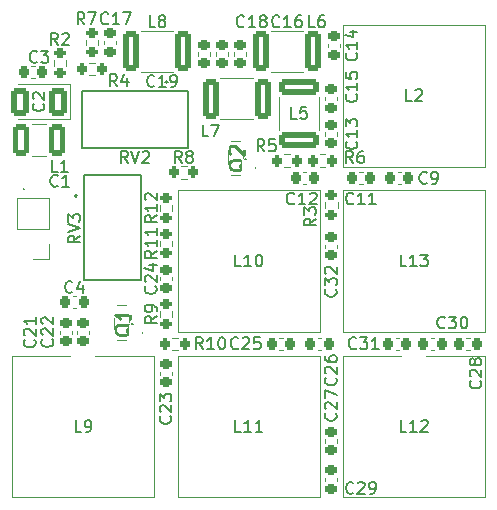
<source format=gto>
G04 #@! TF.GenerationSoftware,KiCad,Pcbnew,8.0.2*
G04 #@! TF.CreationDate,2024-06-05T16:45:05+02:00*
G04 #@! TF.ProjectId,IF to LOW_IF Mixer,49462074-6f20-44c4-9f57-5f4946204d69,rev?*
G04 #@! TF.SameCoordinates,Original*
G04 #@! TF.FileFunction,Legend,Top*
G04 #@! TF.FilePolarity,Positive*
%FSLAX46Y46*%
G04 Gerber Fmt 4.6, Leading zero omitted, Abs format (unit mm)*
G04 Created by KiCad (PCBNEW 8.0.2) date 2024-06-05 16:45:05*
%MOMM*%
%LPD*%
G01*
G04 APERTURE LIST*
G04 Aperture macros list*
%AMRoundRect*
0 Rectangle with rounded corners*
0 $1 Rounding radius*
0 $2 $3 $4 $5 $6 $7 $8 $9 X,Y pos of 4 corners*
0 Add a 4 corners polygon primitive as box body*
4,1,4,$2,$3,$4,$5,$6,$7,$8,$9,$2,$3,0*
0 Add four circle primitives for the rounded corners*
1,1,$1+$1,$2,$3*
1,1,$1+$1,$4,$5*
1,1,$1+$1,$6,$7*
1,1,$1+$1,$8,$9*
0 Add four rect primitives between the rounded corners*
20,1,$1+$1,$2,$3,$4,$5,0*
20,1,$1+$1,$4,$5,$6,$7,0*
20,1,$1+$1,$6,$7,$8,$9,0*
20,1,$1+$1,$8,$9,$2,$3,0*%
G04 Aperture macros list end*
%ADD10C,0.254000*%
%ADD11C,0.150000*%
%ADD12C,0.100000*%
%ADD13C,0.120000*%
%ADD14C,0.200000*%
%ADD15R,0.900000X1.200000*%
%ADD16R,0.900000X0.800000*%
%ADD17RoundRect,0.225000X0.250000X-0.225000X0.250000X0.225000X-0.250000X0.225000X-0.250000X-0.225000X0*%
%ADD18RoundRect,0.225000X-0.250000X0.225000X-0.250000X-0.225000X0.250000X-0.225000X0.250000X0.225000X0*%
%ADD19C,2.200000*%
%ADD20O,3.250000X1.900000*%
%ADD21RoundRect,0.250000X0.400000X1.450000X-0.400000X1.450000X-0.400000X-1.450000X0.400000X-1.450000X0*%
%ADD22C,1.200000*%
%ADD23RoundRect,0.225000X0.225000X0.250000X-0.225000X0.250000X-0.225000X-0.250000X0.225000X-0.250000X0*%
%ADD24RoundRect,0.225000X-0.225000X-0.250000X0.225000X-0.250000X0.225000X0.250000X-0.225000X0.250000X0*%
%ADD25RoundRect,0.200000X-0.275000X0.200000X-0.275000X-0.200000X0.275000X-0.200000X0.275000X0.200000X0*%
%ADD26RoundRect,0.200000X0.275000X-0.200000X0.275000X0.200000X-0.275000X0.200000X-0.275000X-0.200000X0*%
%ADD27R,1.700000X1.700000*%
%ADD28O,1.700000X1.700000*%
%ADD29RoundRect,0.200000X0.200000X0.275000X-0.200000X0.275000X-0.200000X-0.275000X0.200000X-0.275000X0*%
%ADD30R,0.800000X0.600000*%
%ADD31R,0.650000X0.600000*%
%ADD32RoundRect,0.250000X-0.400000X-1.450000X0.400000X-1.450000X0.400000X1.450000X-0.400000X1.450000X0*%
%ADD33R,3.000000X1.750000*%
%ADD34O,1.900000X3.250000*%
%ADD35RoundRect,0.200000X-0.200000X-0.275000X0.200000X-0.275000X0.200000X0.275000X-0.200000X0.275000X0*%
%ADD36R,1.750000X3.000000*%
%ADD37RoundRect,0.250001X-0.462499X-1.074999X0.462499X-1.074999X0.462499X1.074999X-0.462499X1.074999X0*%
%ADD38RoundRect,0.250001X0.499999X0.924999X-0.499999X0.924999X-0.499999X-0.924999X0.499999X-0.924999X0*%
%ADD39RoundRect,0.250000X1.450000X-0.400000X1.450000X0.400000X-1.450000X0.400000X-1.450000X-0.400000X0*%
G04 APERTURE END LIST*
D10*
X100720270Y-58370952D02*
X100659794Y-58491904D01*
X100659794Y-58491904D02*
X100538842Y-58612857D01*
X100538842Y-58612857D02*
X100357413Y-58794285D01*
X100357413Y-58794285D02*
X100296937Y-58915238D01*
X100296937Y-58915238D02*
X100296937Y-59036190D01*
X100599318Y-58975714D02*
X100538842Y-59096666D01*
X100538842Y-59096666D02*
X100417889Y-59217619D01*
X100417889Y-59217619D02*
X100175984Y-59278095D01*
X100175984Y-59278095D02*
X99752651Y-59278095D01*
X99752651Y-59278095D02*
X99510746Y-59217619D01*
X99510746Y-59217619D02*
X99389794Y-59096666D01*
X99389794Y-59096666D02*
X99329318Y-58975714D01*
X99329318Y-58975714D02*
X99329318Y-58733809D01*
X99329318Y-58733809D02*
X99389794Y-58612857D01*
X99389794Y-58612857D02*
X99510746Y-58491904D01*
X99510746Y-58491904D02*
X99752651Y-58431428D01*
X99752651Y-58431428D02*
X100175984Y-58431428D01*
X100175984Y-58431428D02*
X100417889Y-58491904D01*
X100417889Y-58491904D02*
X100538842Y-58612857D01*
X100538842Y-58612857D02*
X100599318Y-58733809D01*
X100599318Y-58733809D02*
X100599318Y-58975714D01*
X99450270Y-57947619D02*
X99389794Y-57887143D01*
X99389794Y-57887143D02*
X99329318Y-57766190D01*
X99329318Y-57766190D02*
X99329318Y-57463809D01*
X99329318Y-57463809D02*
X99389794Y-57342857D01*
X99389794Y-57342857D02*
X99450270Y-57282381D01*
X99450270Y-57282381D02*
X99571222Y-57221904D01*
X99571222Y-57221904D02*
X99692175Y-57221904D01*
X99692175Y-57221904D02*
X99873603Y-57282381D01*
X99873603Y-57282381D02*
X100599318Y-58008095D01*
X100599318Y-58008095D02*
X100599318Y-57221904D01*
X91095270Y-72320952D02*
X91034794Y-72441904D01*
X91034794Y-72441904D02*
X90913842Y-72562857D01*
X90913842Y-72562857D02*
X90732413Y-72744285D01*
X90732413Y-72744285D02*
X90671937Y-72865238D01*
X90671937Y-72865238D02*
X90671937Y-72986190D01*
X90974318Y-72925714D02*
X90913842Y-73046666D01*
X90913842Y-73046666D02*
X90792889Y-73167619D01*
X90792889Y-73167619D02*
X90550984Y-73228095D01*
X90550984Y-73228095D02*
X90127651Y-73228095D01*
X90127651Y-73228095D02*
X89885746Y-73167619D01*
X89885746Y-73167619D02*
X89764794Y-73046666D01*
X89764794Y-73046666D02*
X89704318Y-72925714D01*
X89704318Y-72925714D02*
X89704318Y-72683809D01*
X89704318Y-72683809D02*
X89764794Y-72562857D01*
X89764794Y-72562857D02*
X89885746Y-72441904D01*
X89885746Y-72441904D02*
X90127651Y-72381428D01*
X90127651Y-72381428D02*
X90550984Y-72381428D01*
X90550984Y-72381428D02*
X90792889Y-72441904D01*
X90792889Y-72441904D02*
X90913842Y-72562857D01*
X90913842Y-72562857D02*
X90974318Y-72683809D01*
X90974318Y-72683809D02*
X90974318Y-72925714D01*
X90974318Y-71171904D02*
X90974318Y-71897619D01*
X90974318Y-71534762D02*
X89704318Y-71534762D01*
X89704318Y-71534762D02*
X89885746Y-71655714D01*
X89885746Y-71655714D02*
X90006699Y-71776666D01*
X90006699Y-71776666D02*
X90067175Y-71897619D01*
D11*
X109857142Y-86609580D02*
X109809523Y-86657200D01*
X109809523Y-86657200D02*
X109666666Y-86704819D01*
X109666666Y-86704819D02*
X109571428Y-86704819D01*
X109571428Y-86704819D02*
X109428571Y-86657200D01*
X109428571Y-86657200D02*
X109333333Y-86561961D01*
X109333333Y-86561961D02*
X109285714Y-86466723D01*
X109285714Y-86466723D02*
X109238095Y-86276247D01*
X109238095Y-86276247D02*
X109238095Y-86133390D01*
X109238095Y-86133390D02*
X109285714Y-85942914D01*
X109285714Y-85942914D02*
X109333333Y-85847676D01*
X109333333Y-85847676D02*
X109428571Y-85752438D01*
X109428571Y-85752438D02*
X109571428Y-85704819D01*
X109571428Y-85704819D02*
X109666666Y-85704819D01*
X109666666Y-85704819D02*
X109809523Y-85752438D01*
X109809523Y-85752438D02*
X109857142Y-85800057D01*
X110238095Y-85800057D02*
X110285714Y-85752438D01*
X110285714Y-85752438D02*
X110380952Y-85704819D01*
X110380952Y-85704819D02*
X110619047Y-85704819D01*
X110619047Y-85704819D02*
X110714285Y-85752438D01*
X110714285Y-85752438D02*
X110761904Y-85800057D01*
X110761904Y-85800057D02*
X110809523Y-85895295D01*
X110809523Y-85895295D02*
X110809523Y-85990533D01*
X110809523Y-85990533D02*
X110761904Y-86133390D01*
X110761904Y-86133390D02*
X110190476Y-86704819D01*
X110190476Y-86704819D02*
X110809523Y-86704819D01*
X111285714Y-86704819D02*
X111476190Y-86704819D01*
X111476190Y-86704819D02*
X111571428Y-86657200D01*
X111571428Y-86657200D02*
X111619047Y-86609580D01*
X111619047Y-86609580D02*
X111714285Y-86466723D01*
X111714285Y-86466723D02*
X111761904Y-86276247D01*
X111761904Y-86276247D02*
X111761904Y-85895295D01*
X111761904Y-85895295D02*
X111714285Y-85800057D01*
X111714285Y-85800057D02*
X111666666Y-85752438D01*
X111666666Y-85752438D02*
X111571428Y-85704819D01*
X111571428Y-85704819D02*
X111380952Y-85704819D01*
X111380952Y-85704819D02*
X111285714Y-85752438D01*
X111285714Y-85752438D02*
X111238095Y-85800057D01*
X111238095Y-85800057D02*
X111190476Y-85895295D01*
X111190476Y-85895295D02*
X111190476Y-86133390D01*
X111190476Y-86133390D02*
X111238095Y-86228628D01*
X111238095Y-86228628D02*
X111285714Y-86276247D01*
X111285714Y-86276247D02*
X111380952Y-86323866D01*
X111380952Y-86323866D02*
X111571428Y-86323866D01*
X111571428Y-86323866D02*
X111666666Y-86276247D01*
X111666666Y-86276247D02*
X111714285Y-86228628D01*
X111714285Y-86228628D02*
X111761904Y-86133390D01*
X108359580Y-79892857D02*
X108407200Y-79940476D01*
X108407200Y-79940476D02*
X108454819Y-80083333D01*
X108454819Y-80083333D02*
X108454819Y-80178571D01*
X108454819Y-80178571D02*
X108407200Y-80321428D01*
X108407200Y-80321428D02*
X108311961Y-80416666D01*
X108311961Y-80416666D02*
X108216723Y-80464285D01*
X108216723Y-80464285D02*
X108026247Y-80511904D01*
X108026247Y-80511904D02*
X107883390Y-80511904D01*
X107883390Y-80511904D02*
X107692914Y-80464285D01*
X107692914Y-80464285D02*
X107597676Y-80416666D01*
X107597676Y-80416666D02*
X107502438Y-80321428D01*
X107502438Y-80321428D02*
X107454819Y-80178571D01*
X107454819Y-80178571D02*
X107454819Y-80083333D01*
X107454819Y-80083333D02*
X107502438Y-79940476D01*
X107502438Y-79940476D02*
X107550057Y-79892857D01*
X107550057Y-79511904D02*
X107502438Y-79464285D01*
X107502438Y-79464285D02*
X107454819Y-79369047D01*
X107454819Y-79369047D02*
X107454819Y-79130952D01*
X107454819Y-79130952D02*
X107502438Y-79035714D01*
X107502438Y-79035714D02*
X107550057Y-78988095D01*
X107550057Y-78988095D02*
X107645295Y-78940476D01*
X107645295Y-78940476D02*
X107740533Y-78940476D01*
X107740533Y-78940476D02*
X107883390Y-78988095D01*
X107883390Y-78988095D02*
X108454819Y-79559523D01*
X108454819Y-79559523D02*
X108454819Y-78940476D01*
X107454819Y-78607142D02*
X107454819Y-77940476D01*
X107454819Y-77940476D02*
X108454819Y-78369047D01*
X86833333Y-81454819D02*
X86357143Y-81454819D01*
X86357143Y-81454819D02*
X86357143Y-80454819D01*
X87214286Y-81454819D02*
X87404762Y-81454819D01*
X87404762Y-81454819D02*
X87500000Y-81407200D01*
X87500000Y-81407200D02*
X87547619Y-81359580D01*
X87547619Y-81359580D02*
X87642857Y-81216723D01*
X87642857Y-81216723D02*
X87690476Y-81026247D01*
X87690476Y-81026247D02*
X87690476Y-80645295D01*
X87690476Y-80645295D02*
X87642857Y-80550057D01*
X87642857Y-80550057D02*
X87595238Y-80502438D01*
X87595238Y-80502438D02*
X87500000Y-80454819D01*
X87500000Y-80454819D02*
X87309524Y-80454819D01*
X87309524Y-80454819D02*
X87214286Y-80502438D01*
X87214286Y-80502438D02*
X87166667Y-80550057D01*
X87166667Y-80550057D02*
X87119048Y-80645295D01*
X87119048Y-80645295D02*
X87119048Y-80883390D01*
X87119048Y-80883390D02*
X87166667Y-80978628D01*
X87166667Y-80978628D02*
X87214286Y-81026247D01*
X87214286Y-81026247D02*
X87309524Y-81073866D01*
X87309524Y-81073866D02*
X87500000Y-81073866D01*
X87500000Y-81073866D02*
X87595238Y-81026247D01*
X87595238Y-81026247D02*
X87642857Y-80978628D01*
X87642857Y-80978628D02*
X87690476Y-80883390D01*
X93007142Y-52159580D02*
X92959523Y-52207200D01*
X92959523Y-52207200D02*
X92816666Y-52254819D01*
X92816666Y-52254819D02*
X92721428Y-52254819D01*
X92721428Y-52254819D02*
X92578571Y-52207200D01*
X92578571Y-52207200D02*
X92483333Y-52111961D01*
X92483333Y-52111961D02*
X92435714Y-52016723D01*
X92435714Y-52016723D02*
X92388095Y-51826247D01*
X92388095Y-51826247D02*
X92388095Y-51683390D01*
X92388095Y-51683390D02*
X92435714Y-51492914D01*
X92435714Y-51492914D02*
X92483333Y-51397676D01*
X92483333Y-51397676D02*
X92578571Y-51302438D01*
X92578571Y-51302438D02*
X92721428Y-51254819D01*
X92721428Y-51254819D02*
X92816666Y-51254819D01*
X92816666Y-51254819D02*
X92959523Y-51302438D01*
X92959523Y-51302438D02*
X93007142Y-51350057D01*
X93959523Y-52254819D02*
X93388095Y-52254819D01*
X93673809Y-52254819D02*
X93673809Y-51254819D01*
X93673809Y-51254819D02*
X93578571Y-51397676D01*
X93578571Y-51397676D02*
X93483333Y-51492914D01*
X93483333Y-51492914D02*
X93388095Y-51540533D01*
X94435714Y-52254819D02*
X94626190Y-52254819D01*
X94626190Y-52254819D02*
X94721428Y-52207200D01*
X94721428Y-52207200D02*
X94769047Y-52159580D01*
X94769047Y-52159580D02*
X94864285Y-52016723D01*
X94864285Y-52016723D02*
X94911904Y-51826247D01*
X94911904Y-51826247D02*
X94911904Y-51445295D01*
X94911904Y-51445295D02*
X94864285Y-51350057D01*
X94864285Y-51350057D02*
X94816666Y-51302438D01*
X94816666Y-51302438D02*
X94721428Y-51254819D01*
X94721428Y-51254819D02*
X94530952Y-51254819D01*
X94530952Y-51254819D02*
X94435714Y-51302438D01*
X94435714Y-51302438D02*
X94388095Y-51350057D01*
X94388095Y-51350057D02*
X94340476Y-51445295D01*
X94340476Y-51445295D02*
X94340476Y-51683390D01*
X94340476Y-51683390D02*
X94388095Y-51778628D01*
X94388095Y-51778628D02*
X94435714Y-51826247D01*
X94435714Y-51826247D02*
X94530952Y-51873866D01*
X94530952Y-51873866D02*
X94721428Y-51873866D01*
X94721428Y-51873866D02*
X94816666Y-51826247D01*
X94816666Y-51826247D02*
X94864285Y-51778628D01*
X94864285Y-51778628D02*
X94911904Y-51683390D01*
X97583333Y-56454819D02*
X97107143Y-56454819D01*
X97107143Y-56454819D02*
X97107143Y-55454819D01*
X97821429Y-55454819D02*
X98488095Y-55454819D01*
X98488095Y-55454819D02*
X98059524Y-56454819D01*
X84359580Y-73642857D02*
X84407200Y-73690476D01*
X84407200Y-73690476D02*
X84454819Y-73833333D01*
X84454819Y-73833333D02*
X84454819Y-73928571D01*
X84454819Y-73928571D02*
X84407200Y-74071428D01*
X84407200Y-74071428D02*
X84311961Y-74166666D01*
X84311961Y-74166666D02*
X84216723Y-74214285D01*
X84216723Y-74214285D02*
X84026247Y-74261904D01*
X84026247Y-74261904D02*
X83883390Y-74261904D01*
X83883390Y-74261904D02*
X83692914Y-74214285D01*
X83692914Y-74214285D02*
X83597676Y-74166666D01*
X83597676Y-74166666D02*
X83502438Y-74071428D01*
X83502438Y-74071428D02*
X83454819Y-73928571D01*
X83454819Y-73928571D02*
X83454819Y-73833333D01*
X83454819Y-73833333D02*
X83502438Y-73690476D01*
X83502438Y-73690476D02*
X83550057Y-73642857D01*
X83550057Y-73261904D02*
X83502438Y-73214285D01*
X83502438Y-73214285D02*
X83454819Y-73119047D01*
X83454819Y-73119047D02*
X83454819Y-72880952D01*
X83454819Y-72880952D02*
X83502438Y-72785714D01*
X83502438Y-72785714D02*
X83550057Y-72738095D01*
X83550057Y-72738095D02*
X83645295Y-72690476D01*
X83645295Y-72690476D02*
X83740533Y-72690476D01*
X83740533Y-72690476D02*
X83883390Y-72738095D01*
X83883390Y-72738095D02*
X84454819Y-73309523D01*
X84454819Y-73309523D02*
X84454819Y-72690476D01*
X83550057Y-72309523D02*
X83502438Y-72261904D01*
X83502438Y-72261904D02*
X83454819Y-72166666D01*
X83454819Y-72166666D02*
X83454819Y-71928571D01*
X83454819Y-71928571D02*
X83502438Y-71833333D01*
X83502438Y-71833333D02*
X83550057Y-71785714D01*
X83550057Y-71785714D02*
X83645295Y-71738095D01*
X83645295Y-71738095D02*
X83740533Y-71738095D01*
X83740533Y-71738095D02*
X83883390Y-71785714D01*
X83883390Y-71785714D02*
X84454819Y-72357142D01*
X84454819Y-72357142D02*
X84454819Y-71738095D01*
X90781761Y-58704819D02*
X90448428Y-58228628D01*
X90210333Y-58704819D02*
X90210333Y-57704819D01*
X90210333Y-57704819D02*
X90591285Y-57704819D01*
X90591285Y-57704819D02*
X90686523Y-57752438D01*
X90686523Y-57752438D02*
X90734142Y-57800057D01*
X90734142Y-57800057D02*
X90781761Y-57895295D01*
X90781761Y-57895295D02*
X90781761Y-58038152D01*
X90781761Y-58038152D02*
X90734142Y-58133390D01*
X90734142Y-58133390D02*
X90686523Y-58181009D01*
X90686523Y-58181009D02*
X90591285Y-58228628D01*
X90591285Y-58228628D02*
X90210333Y-58228628D01*
X91067476Y-57704819D02*
X91400809Y-58704819D01*
X91400809Y-58704819D02*
X91734142Y-57704819D01*
X92019857Y-57800057D02*
X92067476Y-57752438D01*
X92067476Y-57752438D02*
X92162714Y-57704819D01*
X92162714Y-57704819D02*
X92400809Y-57704819D01*
X92400809Y-57704819D02*
X92496047Y-57752438D01*
X92496047Y-57752438D02*
X92543666Y-57800057D01*
X92543666Y-57800057D02*
X92591285Y-57895295D01*
X92591285Y-57895295D02*
X92591285Y-57990533D01*
X92591285Y-57990533D02*
X92543666Y-58133390D01*
X92543666Y-58133390D02*
X91972238Y-58704819D01*
X91972238Y-58704819D02*
X92591285Y-58704819D01*
X109857142Y-62109580D02*
X109809523Y-62157200D01*
X109809523Y-62157200D02*
X109666666Y-62204819D01*
X109666666Y-62204819D02*
X109571428Y-62204819D01*
X109571428Y-62204819D02*
X109428571Y-62157200D01*
X109428571Y-62157200D02*
X109333333Y-62061961D01*
X109333333Y-62061961D02*
X109285714Y-61966723D01*
X109285714Y-61966723D02*
X109238095Y-61776247D01*
X109238095Y-61776247D02*
X109238095Y-61633390D01*
X109238095Y-61633390D02*
X109285714Y-61442914D01*
X109285714Y-61442914D02*
X109333333Y-61347676D01*
X109333333Y-61347676D02*
X109428571Y-61252438D01*
X109428571Y-61252438D02*
X109571428Y-61204819D01*
X109571428Y-61204819D02*
X109666666Y-61204819D01*
X109666666Y-61204819D02*
X109809523Y-61252438D01*
X109809523Y-61252438D02*
X109857142Y-61300057D01*
X110809523Y-62204819D02*
X110238095Y-62204819D01*
X110523809Y-62204819D02*
X110523809Y-61204819D01*
X110523809Y-61204819D02*
X110428571Y-61347676D01*
X110428571Y-61347676D02*
X110333333Y-61442914D01*
X110333333Y-61442914D02*
X110238095Y-61490533D01*
X111761904Y-62204819D02*
X111190476Y-62204819D01*
X111476190Y-62204819D02*
X111476190Y-61204819D01*
X111476190Y-61204819D02*
X111380952Y-61347676D01*
X111380952Y-61347676D02*
X111285714Y-61442914D01*
X111285714Y-61442914D02*
X111190476Y-61490533D01*
X104857142Y-62109580D02*
X104809523Y-62157200D01*
X104809523Y-62157200D02*
X104666666Y-62204819D01*
X104666666Y-62204819D02*
X104571428Y-62204819D01*
X104571428Y-62204819D02*
X104428571Y-62157200D01*
X104428571Y-62157200D02*
X104333333Y-62061961D01*
X104333333Y-62061961D02*
X104285714Y-61966723D01*
X104285714Y-61966723D02*
X104238095Y-61776247D01*
X104238095Y-61776247D02*
X104238095Y-61633390D01*
X104238095Y-61633390D02*
X104285714Y-61442914D01*
X104285714Y-61442914D02*
X104333333Y-61347676D01*
X104333333Y-61347676D02*
X104428571Y-61252438D01*
X104428571Y-61252438D02*
X104571428Y-61204819D01*
X104571428Y-61204819D02*
X104666666Y-61204819D01*
X104666666Y-61204819D02*
X104809523Y-61252438D01*
X104809523Y-61252438D02*
X104857142Y-61300057D01*
X105809523Y-62204819D02*
X105238095Y-62204819D01*
X105523809Y-62204819D02*
X105523809Y-61204819D01*
X105523809Y-61204819D02*
X105428571Y-61347676D01*
X105428571Y-61347676D02*
X105333333Y-61442914D01*
X105333333Y-61442914D02*
X105238095Y-61490533D01*
X106190476Y-61300057D02*
X106238095Y-61252438D01*
X106238095Y-61252438D02*
X106333333Y-61204819D01*
X106333333Y-61204819D02*
X106571428Y-61204819D01*
X106571428Y-61204819D02*
X106666666Y-61252438D01*
X106666666Y-61252438D02*
X106714285Y-61300057D01*
X106714285Y-61300057D02*
X106761904Y-61395295D01*
X106761904Y-61395295D02*
X106761904Y-61490533D01*
X106761904Y-61490533D02*
X106714285Y-61633390D01*
X106714285Y-61633390D02*
X106142857Y-62204819D01*
X106142857Y-62204819D02*
X106761904Y-62204819D01*
X114833333Y-53454819D02*
X114357143Y-53454819D01*
X114357143Y-53454819D02*
X114357143Y-52454819D01*
X115119048Y-52550057D02*
X115166667Y-52502438D01*
X115166667Y-52502438D02*
X115261905Y-52454819D01*
X115261905Y-52454819D02*
X115500000Y-52454819D01*
X115500000Y-52454819D02*
X115595238Y-52502438D01*
X115595238Y-52502438D02*
X115642857Y-52550057D01*
X115642857Y-52550057D02*
X115690476Y-52645295D01*
X115690476Y-52645295D02*
X115690476Y-52740533D01*
X115690476Y-52740533D02*
X115642857Y-52883390D01*
X115642857Y-52883390D02*
X115071429Y-53454819D01*
X115071429Y-53454819D02*
X115690476Y-53454819D01*
X93204819Y-71666666D02*
X92728628Y-71999999D01*
X93204819Y-72238094D02*
X92204819Y-72238094D01*
X92204819Y-72238094D02*
X92204819Y-71857142D01*
X92204819Y-71857142D02*
X92252438Y-71761904D01*
X92252438Y-71761904D02*
X92300057Y-71714285D01*
X92300057Y-71714285D02*
X92395295Y-71666666D01*
X92395295Y-71666666D02*
X92538152Y-71666666D01*
X92538152Y-71666666D02*
X92633390Y-71714285D01*
X92633390Y-71714285D02*
X92681009Y-71761904D01*
X92681009Y-71761904D02*
X92728628Y-71857142D01*
X92728628Y-71857142D02*
X92728628Y-72238094D01*
X93204819Y-71190475D02*
X93204819Y-70999999D01*
X93204819Y-70999999D02*
X93157200Y-70904761D01*
X93157200Y-70904761D02*
X93109580Y-70857142D01*
X93109580Y-70857142D02*
X92966723Y-70761904D01*
X92966723Y-70761904D02*
X92776247Y-70714285D01*
X92776247Y-70714285D02*
X92395295Y-70714285D01*
X92395295Y-70714285D02*
X92300057Y-70761904D01*
X92300057Y-70761904D02*
X92252438Y-70809523D01*
X92252438Y-70809523D02*
X92204819Y-70904761D01*
X92204819Y-70904761D02*
X92204819Y-71095237D01*
X92204819Y-71095237D02*
X92252438Y-71190475D01*
X92252438Y-71190475D02*
X92300057Y-71238094D01*
X92300057Y-71238094D02*
X92395295Y-71285713D01*
X92395295Y-71285713D02*
X92633390Y-71285713D01*
X92633390Y-71285713D02*
X92728628Y-71238094D01*
X92728628Y-71238094D02*
X92776247Y-71190475D01*
X92776247Y-71190475D02*
X92823866Y-71095237D01*
X92823866Y-71095237D02*
X92823866Y-70904761D01*
X92823866Y-70904761D02*
X92776247Y-70809523D01*
X92776247Y-70809523D02*
X92728628Y-70761904D01*
X92728628Y-70761904D02*
X92633390Y-70714285D01*
X86083333Y-69609580D02*
X86035714Y-69657200D01*
X86035714Y-69657200D02*
X85892857Y-69704819D01*
X85892857Y-69704819D02*
X85797619Y-69704819D01*
X85797619Y-69704819D02*
X85654762Y-69657200D01*
X85654762Y-69657200D02*
X85559524Y-69561961D01*
X85559524Y-69561961D02*
X85511905Y-69466723D01*
X85511905Y-69466723D02*
X85464286Y-69276247D01*
X85464286Y-69276247D02*
X85464286Y-69133390D01*
X85464286Y-69133390D02*
X85511905Y-68942914D01*
X85511905Y-68942914D02*
X85559524Y-68847676D01*
X85559524Y-68847676D02*
X85654762Y-68752438D01*
X85654762Y-68752438D02*
X85797619Y-68704819D01*
X85797619Y-68704819D02*
X85892857Y-68704819D01*
X85892857Y-68704819D02*
X86035714Y-68752438D01*
X86035714Y-68752438D02*
X86083333Y-68800057D01*
X86940476Y-69038152D02*
X86940476Y-69704819D01*
X86702381Y-68657200D02*
X86464286Y-69371485D01*
X86464286Y-69371485D02*
X87083333Y-69371485D01*
X110107142Y-74359580D02*
X110059523Y-74407200D01*
X110059523Y-74407200D02*
X109916666Y-74454819D01*
X109916666Y-74454819D02*
X109821428Y-74454819D01*
X109821428Y-74454819D02*
X109678571Y-74407200D01*
X109678571Y-74407200D02*
X109583333Y-74311961D01*
X109583333Y-74311961D02*
X109535714Y-74216723D01*
X109535714Y-74216723D02*
X109488095Y-74026247D01*
X109488095Y-74026247D02*
X109488095Y-73883390D01*
X109488095Y-73883390D02*
X109535714Y-73692914D01*
X109535714Y-73692914D02*
X109583333Y-73597676D01*
X109583333Y-73597676D02*
X109678571Y-73502438D01*
X109678571Y-73502438D02*
X109821428Y-73454819D01*
X109821428Y-73454819D02*
X109916666Y-73454819D01*
X109916666Y-73454819D02*
X110059523Y-73502438D01*
X110059523Y-73502438D02*
X110107142Y-73550057D01*
X110440476Y-73454819D02*
X111059523Y-73454819D01*
X111059523Y-73454819D02*
X110726190Y-73835771D01*
X110726190Y-73835771D02*
X110869047Y-73835771D01*
X110869047Y-73835771D02*
X110964285Y-73883390D01*
X110964285Y-73883390D02*
X111011904Y-73931009D01*
X111011904Y-73931009D02*
X111059523Y-74026247D01*
X111059523Y-74026247D02*
X111059523Y-74264342D01*
X111059523Y-74264342D02*
X111011904Y-74359580D01*
X111011904Y-74359580D02*
X110964285Y-74407200D01*
X110964285Y-74407200D02*
X110869047Y-74454819D01*
X110869047Y-74454819D02*
X110583333Y-74454819D01*
X110583333Y-74454819D02*
X110488095Y-74407200D01*
X110488095Y-74407200D02*
X110440476Y-74359580D01*
X112011904Y-74454819D02*
X111440476Y-74454819D01*
X111726190Y-74454819D02*
X111726190Y-73454819D01*
X111726190Y-73454819D02*
X111630952Y-73597676D01*
X111630952Y-73597676D02*
X111535714Y-73692914D01*
X111535714Y-73692914D02*
X111440476Y-73740533D01*
X116083333Y-60359580D02*
X116035714Y-60407200D01*
X116035714Y-60407200D02*
X115892857Y-60454819D01*
X115892857Y-60454819D02*
X115797619Y-60454819D01*
X115797619Y-60454819D02*
X115654762Y-60407200D01*
X115654762Y-60407200D02*
X115559524Y-60311961D01*
X115559524Y-60311961D02*
X115511905Y-60216723D01*
X115511905Y-60216723D02*
X115464286Y-60026247D01*
X115464286Y-60026247D02*
X115464286Y-59883390D01*
X115464286Y-59883390D02*
X115511905Y-59692914D01*
X115511905Y-59692914D02*
X115559524Y-59597676D01*
X115559524Y-59597676D02*
X115654762Y-59502438D01*
X115654762Y-59502438D02*
X115797619Y-59454819D01*
X115797619Y-59454819D02*
X115892857Y-59454819D01*
X115892857Y-59454819D02*
X116035714Y-59502438D01*
X116035714Y-59502438D02*
X116083333Y-59550057D01*
X116559524Y-60454819D02*
X116750000Y-60454819D01*
X116750000Y-60454819D02*
X116845238Y-60407200D01*
X116845238Y-60407200D02*
X116892857Y-60359580D01*
X116892857Y-60359580D02*
X116988095Y-60216723D01*
X116988095Y-60216723D02*
X117035714Y-60026247D01*
X117035714Y-60026247D02*
X117035714Y-59645295D01*
X117035714Y-59645295D02*
X116988095Y-59550057D01*
X116988095Y-59550057D02*
X116940476Y-59502438D01*
X116940476Y-59502438D02*
X116845238Y-59454819D01*
X116845238Y-59454819D02*
X116654762Y-59454819D01*
X116654762Y-59454819D02*
X116559524Y-59502438D01*
X116559524Y-59502438D02*
X116511905Y-59550057D01*
X116511905Y-59550057D02*
X116464286Y-59645295D01*
X116464286Y-59645295D02*
X116464286Y-59883390D01*
X116464286Y-59883390D02*
X116511905Y-59978628D01*
X116511905Y-59978628D02*
X116559524Y-60026247D01*
X116559524Y-60026247D02*
X116654762Y-60073866D01*
X116654762Y-60073866D02*
X116845238Y-60073866D01*
X116845238Y-60073866D02*
X116940476Y-60026247D01*
X116940476Y-60026247D02*
X116988095Y-59978628D01*
X116988095Y-59978628D02*
X117035714Y-59883390D01*
X103607142Y-47109580D02*
X103559523Y-47157200D01*
X103559523Y-47157200D02*
X103416666Y-47204819D01*
X103416666Y-47204819D02*
X103321428Y-47204819D01*
X103321428Y-47204819D02*
X103178571Y-47157200D01*
X103178571Y-47157200D02*
X103083333Y-47061961D01*
X103083333Y-47061961D02*
X103035714Y-46966723D01*
X103035714Y-46966723D02*
X102988095Y-46776247D01*
X102988095Y-46776247D02*
X102988095Y-46633390D01*
X102988095Y-46633390D02*
X103035714Y-46442914D01*
X103035714Y-46442914D02*
X103083333Y-46347676D01*
X103083333Y-46347676D02*
X103178571Y-46252438D01*
X103178571Y-46252438D02*
X103321428Y-46204819D01*
X103321428Y-46204819D02*
X103416666Y-46204819D01*
X103416666Y-46204819D02*
X103559523Y-46252438D01*
X103559523Y-46252438D02*
X103607142Y-46300057D01*
X104559523Y-47204819D02*
X103988095Y-47204819D01*
X104273809Y-47204819D02*
X104273809Y-46204819D01*
X104273809Y-46204819D02*
X104178571Y-46347676D01*
X104178571Y-46347676D02*
X104083333Y-46442914D01*
X104083333Y-46442914D02*
X103988095Y-46490533D01*
X105416666Y-46204819D02*
X105226190Y-46204819D01*
X105226190Y-46204819D02*
X105130952Y-46252438D01*
X105130952Y-46252438D02*
X105083333Y-46300057D01*
X105083333Y-46300057D02*
X104988095Y-46442914D01*
X104988095Y-46442914D02*
X104940476Y-46633390D01*
X104940476Y-46633390D02*
X104940476Y-47014342D01*
X104940476Y-47014342D02*
X104988095Y-47109580D01*
X104988095Y-47109580D02*
X105035714Y-47157200D01*
X105035714Y-47157200D02*
X105130952Y-47204819D01*
X105130952Y-47204819D02*
X105321428Y-47204819D01*
X105321428Y-47204819D02*
X105416666Y-47157200D01*
X105416666Y-47157200D02*
X105464285Y-47109580D01*
X105464285Y-47109580D02*
X105511904Y-47014342D01*
X105511904Y-47014342D02*
X105511904Y-46776247D01*
X105511904Y-46776247D02*
X105464285Y-46681009D01*
X105464285Y-46681009D02*
X105416666Y-46633390D01*
X105416666Y-46633390D02*
X105321428Y-46585771D01*
X105321428Y-46585771D02*
X105130952Y-46585771D01*
X105130952Y-46585771D02*
X105035714Y-46633390D01*
X105035714Y-46633390D02*
X104988095Y-46681009D01*
X104988095Y-46681009D02*
X104940476Y-46776247D01*
X93204819Y-66142857D02*
X92728628Y-66476190D01*
X93204819Y-66714285D02*
X92204819Y-66714285D01*
X92204819Y-66714285D02*
X92204819Y-66333333D01*
X92204819Y-66333333D02*
X92252438Y-66238095D01*
X92252438Y-66238095D02*
X92300057Y-66190476D01*
X92300057Y-66190476D02*
X92395295Y-66142857D01*
X92395295Y-66142857D02*
X92538152Y-66142857D01*
X92538152Y-66142857D02*
X92633390Y-66190476D01*
X92633390Y-66190476D02*
X92681009Y-66238095D01*
X92681009Y-66238095D02*
X92728628Y-66333333D01*
X92728628Y-66333333D02*
X92728628Y-66714285D01*
X93204819Y-65190476D02*
X93204819Y-65761904D01*
X93204819Y-65476190D02*
X92204819Y-65476190D01*
X92204819Y-65476190D02*
X92347676Y-65571428D01*
X92347676Y-65571428D02*
X92442914Y-65666666D01*
X92442914Y-65666666D02*
X92490533Y-65761904D01*
X93204819Y-64238095D02*
X93204819Y-64809523D01*
X93204819Y-64523809D02*
X92204819Y-64523809D01*
X92204819Y-64523809D02*
X92347676Y-64619047D01*
X92347676Y-64619047D02*
X92442914Y-64714285D01*
X92442914Y-64714285D02*
X92490533Y-64809523D01*
X95333333Y-58704819D02*
X95000000Y-58228628D01*
X94761905Y-58704819D02*
X94761905Y-57704819D01*
X94761905Y-57704819D02*
X95142857Y-57704819D01*
X95142857Y-57704819D02*
X95238095Y-57752438D01*
X95238095Y-57752438D02*
X95285714Y-57800057D01*
X95285714Y-57800057D02*
X95333333Y-57895295D01*
X95333333Y-57895295D02*
X95333333Y-58038152D01*
X95333333Y-58038152D02*
X95285714Y-58133390D01*
X95285714Y-58133390D02*
X95238095Y-58181009D01*
X95238095Y-58181009D02*
X95142857Y-58228628D01*
X95142857Y-58228628D02*
X94761905Y-58228628D01*
X95904762Y-58133390D02*
X95809524Y-58085771D01*
X95809524Y-58085771D02*
X95761905Y-58038152D01*
X95761905Y-58038152D02*
X95714286Y-57942914D01*
X95714286Y-57942914D02*
X95714286Y-57895295D01*
X95714286Y-57895295D02*
X95761905Y-57800057D01*
X95761905Y-57800057D02*
X95809524Y-57752438D01*
X95809524Y-57752438D02*
X95904762Y-57704819D01*
X95904762Y-57704819D02*
X96095238Y-57704819D01*
X96095238Y-57704819D02*
X96190476Y-57752438D01*
X96190476Y-57752438D02*
X96238095Y-57800057D01*
X96238095Y-57800057D02*
X96285714Y-57895295D01*
X96285714Y-57895295D02*
X96285714Y-57942914D01*
X96285714Y-57942914D02*
X96238095Y-58038152D01*
X96238095Y-58038152D02*
X96190476Y-58085771D01*
X96190476Y-58085771D02*
X96095238Y-58133390D01*
X96095238Y-58133390D02*
X95904762Y-58133390D01*
X95904762Y-58133390D02*
X95809524Y-58181009D01*
X95809524Y-58181009D02*
X95761905Y-58228628D01*
X95761905Y-58228628D02*
X95714286Y-58323866D01*
X95714286Y-58323866D02*
X95714286Y-58514342D01*
X95714286Y-58514342D02*
X95761905Y-58609580D01*
X95761905Y-58609580D02*
X95809524Y-58657200D01*
X95809524Y-58657200D02*
X95904762Y-58704819D01*
X95904762Y-58704819D02*
X96095238Y-58704819D01*
X96095238Y-58704819D02*
X96190476Y-58657200D01*
X96190476Y-58657200D02*
X96238095Y-58609580D01*
X96238095Y-58609580D02*
X96285714Y-58514342D01*
X96285714Y-58514342D02*
X96285714Y-58323866D01*
X96285714Y-58323866D02*
X96238095Y-58228628D01*
X96238095Y-58228628D02*
X96190476Y-58181009D01*
X96190476Y-58181009D02*
X96095238Y-58133390D01*
X108359580Y-76892857D02*
X108407200Y-76940476D01*
X108407200Y-76940476D02*
X108454819Y-77083333D01*
X108454819Y-77083333D02*
X108454819Y-77178571D01*
X108454819Y-77178571D02*
X108407200Y-77321428D01*
X108407200Y-77321428D02*
X108311961Y-77416666D01*
X108311961Y-77416666D02*
X108216723Y-77464285D01*
X108216723Y-77464285D02*
X108026247Y-77511904D01*
X108026247Y-77511904D02*
X107883390Y-77511904D01*
X107883390Y-77511904D02*
X107692914Y-77464285D01*
X107692914Y-77464285D02*
X107597676Y-77416666D01*
X107597676Y-77416666D02*
X107502438Y-77321428D01*
X107502438Y-77321428D02*
X107454819Y-77178571D01*
X107454819Y-77178571D02*
X107454819Y-77083333D01*
X107454819Y-77083333D02*
X107502438Y-76940476D01*
X107502438Y-76940476D02*
X107550057Y-76892857D01*
X107550057Y-76511904D02*
X107502438Y-76464285D01*
X107502438Y-76464285D02*
X107454819Y-76369047D01*
X107454819Y-76369047D02*
X107454819Y-76130952D01*
X107454819Y-76130952D02*
X107502438Y-76035714D01*
X107502438Y-76035714D02*
X107550057Y-75988095D01*
X107550057Y-75988095D02*
X107645295Y-75940476D01*
X107645295Y-75940476D02*
X107740533Y-75940476D01*
X107740533Y-75940476D02*
X107883390Y-75988095D01*
X107883390Y-75988095D02*
X108454819Y-76559523D01*
X108454819Y-76559523D02*
X108454819Y-75940476D01*
X107454819Y-75083333D02*
X107454819Y-75273809D01*
X107454819Y-75273809D02*
X107502438Y-75369047D01*
X107502438Y-75369047D02*
X107550057Y-75416666D01*
X107550057Y-75416666D02*
X107692914Y-75511904D01*
X107692914Y-75511904D02*
X107883390Y-75559523D01*
X107883390Y-75559523D02*
X108264342Y-75559523D01*
X108264342Y-75559523D02*
X108359580Y-75511904D01*
X108359580Y-75511904D02*
X108407200Y-75464285D01*
X108407200Y-75464285D02*
X108454819Y-75369047D01*
X108454819Y-75369047D02*
X108454819Y-75178571D01*
X108454819Y-75178571D02*
X108407200Y-75083333D01*
X108407200Y-75083333D02*
X108359580Y-75035714D01*
X108359580Y-75035714D02*
X108264342Y-74988095D01*
X108264342Y-74988095D02*
X108026247Y-74988095D01*
X108026247Y-74988095D02*
X107931009Y-75035714D01*
X107931009Y-75035714D02*
X107883390Y-75083333D01*
X107883390Y-75083333D02*
X107835771Y-75178571D01*
X107835771Y-75178571D02*
X107835771Y-75369047D01*
X107835771Y-75369047D02*
X107883390Y-75464285D01*
X107883390Y-75464285D02*
X107931009Y-75511904D01*
X107931009Y-75511904D02*
X108026247Y-75559523D01*
X84833333Y-60609580D02*
X84785714Y-60657200D01*
X84785714Y-60657200D02*
X84642857Y-60704819D01*
X84642857Y-60704819D02*
X84547619Y-60704819D01*
X84547619Y-60704819D02*
X84404762Y-60657200D01*
X84404762Y-60657200D02*
X84309524Y-60561961D01*
X84309524Y-60561961D02*
X84261905Y-60466723D01*
X84261905Y-60466723D02*
X84214286Y-60276247D01*
X84214286Y-60276247D02*
X84214286Y-60133390D01*
X84214286Y-60133390D02*
X84261905Y-59942914D01*
X84261905Y-59942914D02*
X84309524Y-59847676D01*
X84309524Y-59847676D02*
X84404762Y-59752438D01*
X84404762Y-59752438D02*
X84547619Y-59704819D01*
X84547619Y-59704819D02*
X84642857Y-59704819D01*
X84642857Y-59704819D02*
X84785714Y-59752438D01*
X84785714Y-59752438D02*
X84833333Y-59800057D01*
X85785714Y-60704819D02*
X85214286Y-60704819D01*
X85500000Y-60704819D02*
X85500000Y-59704819D01*
X85500000Y-59704819D02*
X85404762Y-59847676D01*
X85404762Y-59847676D02*
X85309524Y-59942914D01*
X85309524Y-59942914D02*
X85214286Y-59990533D01*
X93083333Y-47204819D02*
X92607143Y-47204819D01*
X92607143Y-47204819D02*
X92607143Y-46204819D01*
X93559524Y-46633390D02*
X93464286Y-46585771D01*
X93464286Y-46585771D02*
X93416667Y-46538152D01*
X93416667Y-46538152D02*
X93369048Y-46442914D01*
X93369048Y-46442914D02*
X93369048Y-46395295D01*
X93369048Y-46395295D02*
X93416667Y-46300057D01*
X93416667Y-46300057D02*
X93464286Y-46252438D01*
X93464286Y-46252438D02*
X93559524Y-46204819D01*
X93559524Y-46204819D02*
X93750000Y-46204819D01*
X93750000Y-46204819D02*
X93845238Y-46252438D01*
X93845238Y-46252438D02*
X93892857Y-46300057D01*
X93892857Y-46300057D02*
X93940476Y-46395295D01*
X93940476Y-46395295D02*
X93940476Y-46442914D01*
X93940476Y-46442914D02*
X93892857Y-46538152D01*
X93892857Y-46538152D02*
X93845238Y-46585771D01*
X93845238Y-46585771D02*
X93750000Y-46633390D01*
X93750000Y-46633390D02*
X93559524Y-46633390D01*
X93559524Y-46633390D02*
X93464286Y-46681009D01*
X93464286Y-46681009D02*
X93416667Y-46728628D01*
X93416667Y-46728628D02*
X93369048Y-46823866D01*
X93369048Y-46823866D02*
X93369048Y-47014342D01*
X93369048Y-47014342D02*
X93416667Y-47109580D01*
X93416667Y-47109580D02*
X93464286Y-47157200D01*
X93464286Y-47157200D02*
X93559524Y-47204819D01*
X93559524Y-47204819D02*
X93750000Y-47204819D01*
X93750000Y-47204819D02*
X93845238Y-47157200D01*
X93845238Y-47157200D02*
X93892857Y-47109580D01*
X93892857Y-47109580D02*
X93940476Y-47014342D01*
X93940476Y-47014342D02*
X93940476Y-46823866D01*
X93940476Y-46823866D02*
X93892857Y-46728628D01*
X93892857Y-46728628D02*
X93845238Y-46681009D01*
X93845238Y-46681009D02*
X93750000Y-46633390D01*
X109833333Y-58704819D02*
X109500000Y-58228628D01*
X109261905Y-58704819D02*
X109261905Y-57704819D01*
X109261905Y-57704819D02*
X109642857Y-57704819D01*
X109642857Y-57704819D02*
X109738095Y-57752438D01*
X109738095Y-57752438D02*
X109785714Y-57800057D01*
X109785714Y-57800057D02*
X109833333Y-57895295D01*
X109833333Y-57895295D02*
X109833333Y-58038152D01*
X109833333Y-58038152D02*
X109785714Y-58133390D01*
X109785714Y-58133390D02*
X109738095Y-58181009D01*
X109738095Y-58181009D02*
X109642857Y-58228628D01*
X109642857Y-58228628D02*
X109261905Y-58228628D01*
X110690476Y-57704819D02*
X110500000Y-57704819D01*
X110500000Y-57704819D02*
X110404762Y-57752438D01*
X110404762Y-57752438D02*
X110357143Y-57800057D01*
X110357143Y-57800057D02*
X110261905Y-57942914D01*
X110261905Y-57942914D02*
X110214286Y-58133390D01*
X110214286Y-58133390D02*
X110214286Y-58514342D01*
X110214286Y-58514342D02*
X110261905Y-58609580D01*
X110261905Y-58609580D02*
X110309524Y-58657200D01*
X110309524Y-58657200D02*
X110404762Y-58704819D01*
X110404762Y-58704819D02*
X110595238Y-58704819D01*
X110595238Y-58704819D02*
X110690476Y-58657200D01*
X110690476Y-58657200D02*
X110738095Y-58609580D01*
X110738095Y-58609580D02*
X110785714Y-58514342D01*
X110785714Y-58514342D02*
X110785714Y-58276247D01*
X110785714Y-58276247D02*
X110738095Y-58181009D01*
X110738095Y-58181009D02*
X110690476Y-58133390D01*
X110690476Y-58133390D02*
X110595238Y-58085771D01*
X110595238Y-58085771D02*
X110404762Y-58085771D01*
X110404762Y-58085771D02*
X110309524Y-58133390D01*
X110309524Y-58133390D02*
X110261905Y-58181009D01*
X110261905Y-58181009D02*
X110214286Y-58276247D01*
X86704819Y-64845238D02*
X86228628Y-65178571D01*
X86704819Y-65416666D02*
X85704819Y-65416666D01*
X85704819Y-65416666D02*
X85704819Y-65035714D01*
X85704819Y-65035714D02*
X85752438Y-64940476D01*
X85752438Y-64940476D02*
X85800057Y-64892857D01*
X85800057Y-64892857D02*
X85895295Y-64845238D01*
X85895295Y-64845238D02*
X86038152Y-64845238D01*
X86038152Y-64845238D02*
X86133390Y-64892857D01*
X86133390Y-64892857D02*
X86181009Y-64940476D01*
X86181009Y-64940476D02*
X86228628Y-65035714D01*
X86228628Y-65035714D02*
X86228628Y-65416666D01*
X85704819Y-64559523D02*
X86704819Y-64226190D01*
X86704819Y-64226190D02*
X85704819Y-63892857D01*
X85704819Y-63654761D02*
X85704819Y-63035714D01*
X85704819Y-63035714D02*
X86085771Y-63369047D01*
X86085771Y-63369047D02*
X86085771Y-63226190D01*
X86085771Y-63226190D02*
X86133390Y-63130952D01*
X86133390Y-63130952D02*
X86181009Y-63083333D01*
X86181009Y-63083333D02*
X86276247Y-63035714D01*
X86276247Y-63035714D02*
X86514342Y-63035714D01*
X86514342Y-63035714D02*
X86609580Y-63083333D01*
X86609580Y-63083333D02*
X86657200Y-63130952D01*
X86657200Y-63130952D02*
X86704819Y-63226190D01*
X86704819Y-63226190D02*
X86704819Y-63511904D01*
X86704819Y-63511904D02*
X86657200Y-63607142D01*
X86657200Y-63607142D02*
X86609580Y-63654761D01*
X100357142Y-67454819D02*
X99880952Y-67454819D01*
X99880952Y-67454819D02*
X99880952Y-66454819D01*
X101214285Y-67454819D02*
X100642857Y-67454819D01*
X100928571Y-67454819D02*
X100928571Y-66454819D01*
X100928571Y-66454819D02*
X100833333Y-66597676D01*
X100833333Y-66597676D02*
X100738095Y-66692914D01*
X100738095Y-66692914D02*
X100642857Y-66740533D01*
X101833333Y-66454819D02*
X101928571Y-66454819D01*
X101928571Y-66454819D02*
X102023809Y-66502438D01*
X102023809Y-66502438D02*
X102071428Y-66550057D01*
X102071428Y-66550057D02*
X102119047Y-66645295D01*
X102119047Y-66645295D02*
X102166666Y-66835771D01*
X102166666Y-66835771D02*
X102166666Y-67073866D01*
X102166666Y-67073866D02*
X102119047Y-67264342D01*
X102119047Y-67264342D02*
X102071428Y-67359580D01*
X102071428Y-67359580D02*
X102023809Y-67407200D01*
X102023809Y-67407200D02*
X101928571Y-67454819D01*
X101928571Y-67454819D02*
X101833333Y-67454819D01*
X101833333Y-67454819D02*
X101738095Y-67407200D01*
X101738095Y-67407200D02*
X101690476Y-67359580D01*
X101690476Y-67359580D02*
X101642857Y-67264342D01*
X101642857Y-67264342D02*
X101595238Y-67073866D01*
X101595238Y-67073866D02*
X101595238Y-66835771D01*
X101595238Y-66835771D02*
X101642857Y-66645295D01*
X101642857Y-66645295D02*
X101690476Y-66550057D01*
X101690476Y-66550057D02*
X101738095Y-66502438D01*
X101738095Y-66502438D02*
X101833333Y-66454819D01*
X110109580Y-52892857D02*
X110157200Y-52940476D01*
X110157200Y-52940476D02*
X110204819Y-53083333D01*
X110204819Y-53083333D02*
X110204819Y-53178571D01*
X110204819Y-53178571D02*
X110157200Y-53321428D01*
X110157200Y-53321428D02*
X110061961Y-53416666D01*
X110061961Y-53416666D02*
X109966723Y-53464285D01*
X109966723Y-53464285D02*
X109776247Y-53511904D01*
X109776247Y-53511904D02*
X109633390Y-53511904D01*
X109633390Y-53511904D02*
X109442914Y-53464285D01*
X109442914Y-53464285D02*
X109347676Y-53416666D01*
X109347676Y-53416666D02*
X109252438Y-53321428D01*
X109252438Y-53321428D02*
X109204819Y-53178571D01*
X109204819Y-53178571D02*
X109204819Y-53083333D01*
X109204819Y-53083333D02*
X109252438Y-52940476D01*
X109252438Y-52940476D02*
X109300057Y-52892857D01*
X110204819Y-51940476D02*
X110204819Y-52511904D01*
X110204819Y-52226190D02*
X109204819Y-52226190D01*
X109204819Y-52226190D02*
X109347676Y-52321428D01*
X109347676Y-52321428D02*
X109442914Y-52416666D01*
X109442914Y-52416666D02*
X109490533Y-52511904D01*
X109204819Y-51035714D02*
X109204819Y-51511904D01*
X109204819Y-51511904D02*
X109681009Y-51559523D01*
X109681009Y-51559523D02*
X109633390Y-51511904D01*
X109633390Y-51511904D02*
X109585771Y-51416666D01*
X109585771Y-51416666D02*
X109585771Y-51178571D01*
X109585771Y-51178571D02*
X109633390Y-51083333D01*
X109633390Y-51083333D02*
X109681009Y-51035714D01*
X109681009Y-51035714D02*
X109776247Y-50988095D01*
X109776247Y-50988095D02*
X110014342Y-50988095D01*
X110014342Y-50988095D02*
X110109580Y-51035714D01*
X110109580Y-51035714D02*
X110157200Y-51083333D01*
X110157200Y-51083333D02*
X110204819Y-51178571D01*
X110204819Y-51178571D02*
X110204819Y-51416666D01*
X110204819Y-51416666D02*
X110157200Y-51511904D01*
X110157200Y-51511904D02*
X110109580Y-51559523D01*
X84833333Y-48704819D02*
X84500000Y-48228628D01*
X84261905Y-48704819D02*
X84261905Y-47704819D01*
X84261905Y-47704819D02*
X84642857Y-47704819D01*
X84642857Y-47704819D02*
X84738095Y-47752438D01*
X84738095Y-47752438D02*
X84785714Y-47800057D01*
X84785714Y-47800057D02*
X84833333Y-47895295D01*
X84833333Y-47895295D02*
X84833333Y-48038152D01*
X84833333Y-48038152D02*
X84785714Y-48133390D01*
X84785714Y-48133390D02*
X84738095Y-48181009D01*
X84738095Y-48181009D02*
X84642857Y-48228628D01*
X84642857Y-48228628D02*
X84261905Y-48228628D01*
X85214286Y-47800057D02*
X85261905Y-47752438D01*
X85261905Y-47752438D02*
X85357143Y-47704819D01*
X85357143Y-47704819D02*
X85595238Y-47704819D01*
X85595238Y-47704819D02*
X85690476Y-47752438D01*
X85690476Y-47752438D02*
X85738095Y-47800057D01*
X85738095Y-47800057D02*
X85785714Y-47895295D01*
X85785714Y-47895295D02*
X85785714Y-47990533D01*
X85785714Y-47990533D02*
X85738095Y-48133390D01*
X85738095Y-48133390D02*
X85166667Y-48704819D01*
X85166667Y-48704819D02*
X85785714Y-48704819D01*
X94359580Y-80142857D02*
X94407200Y-80190476D01*
X94407200Y-80190476D02*
X94454819Y-80333333D01*
X94454819Y-80333333D02*
X94454819Y-80428571D01*
X94454819Y-80428571D02*
X94407200Y-80571428D01*
X94407200Y-80571428D02*
X94311961Y-80666666D01*
X94311961Y-80666666D02*
X94216723Y-80714285D01*
X94216723Y-80714285D02*
X94026247Y-80761904D01*
X94026247Y-80761904D02*
X93883390Y-80761904D01*
X93883390Y-80761904D02*
X93692914Y-80714285D01*
X93692914Y-80714285D02*
X93597676Y-80666666D01*
X93597676Y-80666666D02*
X93502438Y-80571428D01*
X93502438Y-80571428D02*
X93454819Y-80428571D01*
X93454819Y-80428571D02*
X93454819Y-80333333D01*
X93454819Y-80333333D02*
X93502438Y-80190476D01*
X93502438Y-80190476D02*
X93550057Y-80142857D01*
X93550057Y-79761904D02*
X93502438Y-79714285D01*
X93502438Y-79714285D02*
X93454819Y-79619047D01*
X93454819Y-79619047D02*
X93454819Y-79380952D01*
X93454819Y-79380952D02*
X93502438Y-79285714D01*
X93502438Y-79285714D02*
X93550057Y-79238095D01*
X93550057Y-79238095D02*
X93645295Y-79190476D01*
X93645295Y-79190476D02*
X93740533Y-79190476D01*
X93740533Y-79190476D02*
X93883390Y-79238095D01*
X93883390Y-79238095D02*
X94454819Y-79809523D01*
X94454819Y-79809523D02*
X94454819Y-79190476D01*
X93454819Y-78857142D02*
X93454819Y-78238095D01*
X93454819Y-78238095D02*
X93835771Y-78571428D01*
X93835771Y-78571428D02*
X93835771Y-78428571D01*
X93835771Y-78428571D02*
X93883390Y-78333333D01*
X93883390Y-78333333D02*
X93931009Y-78285714D01*
X93931009Y-78285714D02*
X94026247Y-78238095D01*
X94026247Y-78238095D02*
X94264342Y-78238095D01*
X94264342Y-78238095D02*
X94359580Y-78285714D01*
X94359580Y-78285714D02*
X94407200Y-78333333D01*
X94407200Y-78333333D02*
X94454819Y-78428571D01*
X94454819Y-78428571D02*
X94454819Y-78714285D01*
X94454819Y-78714285D02*
X94407200Y-78809523D01*
X94407200Y-78809523D02*
X94359580Y-78857142D01*
X87083333Y-46954819D02*
X86750000Y-46478628D01*
X86511905Y-46954819D02*
X86511905Y-45954819D01*
X86511905Y-45954819D02*
X86892857Y-45954819D01*
X86892857Y-45954819D02*
X86988095Y-46002438D01*
X86988095Y-46002438D02*
X87035714Y-46050057D01*
X87035714Y-46050057D02*
X87083333Y-46145295D01*
X87083333Y-46145295D02*
X87083333Y-46288152D01*
X87083333Y-46288152D02*
X87035714Y-46383390D01*
X87035714Y-46383390D02*
X86988095Y-46431009D01*
X86988095Y-46431009D02*
X86892857Y-46478628D01*
X86892857Y-46478628D02*
X86511905Y-46478628D01*
X87416667Y-45954819D02*
X88083333Y-45954819D01*
X88083333Y-45954819D02*
X87654762Y-46954819D01*
X100357142Y-81454819D02*
X99880952Y-81454819D01*
X99880952Y-81454819D02*
X99880952Y-80454819D01*
X101214285Y-81454819D02*
X100642857Y-81454819D01*
X100928571Y-81454819D02*
X100928571Y-80454819D01*
X100928571Y-80454819D02*
X100833333Y-80597676D01*
X100833333Y-80597676D02*
X100738095Y-80692914D01*
X100738095Y-80692914D02*
X100642857Y-80740533D01*
X102166666Y-81454819D02*
X101595238Y-81454819D01*
X101880952Y-81454819D02*
X101880952Y-80454819D01*
X101880952Y-80454819D02*
X101785714Y-80597676D01*
X101785714Y-80597676D02*
X101690476Y-80692914D01*
X101690476Y-80692914D02*
X101595238Y-80740533D01*
X97107142Y-74454819D02*
X96773809Y-73978628D01*
X96535714Y-74454819D02*
X96535714Y-73454819D01*
X96535714Y-73454819D02*
X96916666Y-73454819D01*
X96916666Y-73454819D02*
X97011904Y-73502438D01*
X97011904Y-73502438D02*
X97059523Y-73550057D01*
X97059523Y-73550057D02*
X97107142Y-73645295D01*
X97107142Y-73645295D02*
X97107142Y-73788152D01*
X97107142Y-73788152D02*
X97059523Y-73883390D01*
X97059523Y-73883390D02*
X97011904Y-73931009D01*
X97011904Y-73931009D02*
X96916666Y-73978628D01*
X96916666Y-73978628D02*
X96535714Y-73978628D01*
X98059523Y-74454819D02*
X97488095Y-74454819D01*
X97773809Y-74454819D02*
X97773809Y-73454819D01*
X97773809Y-73454819D02*
X97678571Y-73597676D01*
X97678571Y-73597676D02*
X97583333Y-73692914D01*
X97583333Y-73692914D02*
X97488095Y-73740533D01*
X98678571Y-73454819D02*
X98773809Y-73454819D01*
X98773809Y-73454819D02*
X98869047Y-73502438D01*
X98869047Y-73502438D02*
X98916666Y-73550057D01*
X98916666Y-73550057D02*
X98964285Y-73645295D01*
X98964285Y-73645295D02*
X99011904Y-73835771D01*
X99011904Y-73835771D02*
X99011904Y-74073866D01*
X99011904Y-74073866D02*
X98964285Y-74264342D01*
X98964285Y-74264342D02*
X98916666Y-74359580D01*
X98916666Y-74359580D02*
X98869047Y-74407200D01*
X98869047Y-74407200D02*
X98773809Y-74454819D01*
X98773809Y-74454819D02*
X98678571Y-74454819D01*
X98678571Y-74454819D02*
X98583333Y-74407200D01*
X98583333Y-74407200D02*
X98535714Y-74359580D01*
X98535714Y-74359580D02*
X98488095Y-74264342D01*
X98488095Y-74264342D02*
X98440476Y-74073866D01*
X98440476Y-74073866D02*
X98440476Y-73835771D01*
X98440476Y-73835771D02*
X98488095Y-73645295D01*
X98488095Y-73645295D02*
X98535714Y-73550057D01*
X98535714Y-73550057D02*
X98583333Y-73502438D01*
X98583333Y-73502438D02*
X98678571Y-73454819D01*
X117607142Y-72609580D02*
X117559523Y-72657200D01*
X117559523Y-72657200D02*
X117416666Y-72704819D01*
X117416666Y-72704819D02*
X117321428Y-72704819D01*
X117321428Y-72704819D02*
X117178571Y-72657200D01*
X117178571Y-72657200D02*
X117083333Y-72561961D01*
X117083333Y-72561961D02*
X117035714Y-72466723D01*
X117035714Y-72466723D02*
X116988095Y-72276247D01*
X116988095Y-72276247D02*
X116988095Y-72133390D01*
X116988095Y-72133390D02*
X117035714Y-71942914D01*
X117035714Y-71942914D02*
X117083333Y-71847676D01*
X117083333Y-71847676D02*
X117178571Y-71752438D01*
X117178571Y-71752438D02*
X117321428Y-71704819D01*
X117321428Y-71704819D02*
X117416666Y-71704819D01*
X117416666Y-71704819D02*
X117559523Y-71752438D01*
X117559523Y-71752438D02*
X117607142Y-71800057D01*
X117940476Y-71704819D02*
X118559523Y-71704819D01*
X118559523Y-71704819D02*
X118226190Y-72085771D01*
X118226190Y-72085771D02*
X118369047Y-72085771D01*
X118369047Y-72085771D02*
X118464285Y-72133390D01*
X118464285Y-72133390D02*
X118511904Y-72181009D01*
X118511904Y-72181009D02*
X118559523Y-72276247D01*
X118559523Y-72276247D02*
X118559523Y-72514342D01*
X118559523Y-72514342D02*
X118511904Y-72609580D01*
X118511904Y-72609580D02*
X118464285Y-72657200D01*
X118464285Y-72657200D02*
X118369047Y-72704819D01*
X118369047Y-72704819D02*
X118083333Y-72704819D01*
X118083333Y-72704819D02*
X117988095Y-72657200D01*
X117988095Y-72657200D02*
X117940476Y-72609580D01*
X119178571Y-71704819D02*
X119273809Y-71704819D01*
X119273809Y-71704819D02*
X119369047Y-71752438D01*
X119369047Y-71752438D02*
X119416666Y-71800057D01*
X119416666Y-71800057D02*
X119464285Y-71895295D01*
X119464285Y-71895295D02*
X119511904Y-72085771D01*
X119511904Y-72085771D02*
X119511904Y-72323866D01*
X119511904Y-72323866D02*
X119464285Y-72514342D01*
X119464285Y-72514342D02*
X119416666Y-72609580D01*
X119416666Y-72609580D02*
X119369047Y-72657200D01*
X119369047Y-72657200D02*
X119273809Y-72704819D01*
X119273809Y-72704819D02*
X119178571Y-72704819D01*
X119178571Y-72704819D02*
X119083333Y-72657200D01*
X119083333Y-72657200D02*
X119035714Y-72609580D01*
X119035714Y-72609580D02*
X118988095Y-72514342D01*
X118988095Y-72514342D02*
X118940476Y-72323866D01*
X118940476Y-72323866D02*
X118940476Y-72085771D01*
X118940476Y-72085771D02*
X118988095Y-71895295D01*
X118988095Y-71895295D02*
X119035714Y-71800057D01*
X119035714Y-71800057D02*
X119083333Y-71752438D01*
X119083333Y-71752438D02*
X119178571Y-71704819D01*
X89107142Y-46859580D02*
X89059523Y-46907200D01*
X89059523Y-46907200D02*
X88916666Y-46954819D01*
X88916666Y-46954819D02*
X88821428Y-46954819D01*
X88821428Y-46954819D02*
X88678571Y-46907200D01*
X88678571Y-46907200D02*
X88583333Y-46811961D01*
X88583333Y-46811961D02*
X88535714Y-46716723D01*
X88535714Y-46716723D02*
X88488095Y-46526247D01*
X88488095Y-46526247D02*
X88488095Y-46383390D01*
X88488095Y-46383390D02*
X88535714Y-46192914D01*
X88535714Y-46192914D02*
X88583333Y-46097676D01*
X88583333Y-46097676D02*
X88678571Y-46002438D01*
X88678571Y-46002438D02*
X88821428Y-45954819D01*
X88821428Y-45954819D02*
X88916666Y-45954819D01*
X88916666Y-45954819D02*
X89059523Y-46002438D01*
X89059523Y-46002438D02*
X89107142Y-46050057D01*
X90059523Y-46954819D02*
X89488095Y-46954819D01*
X89773809Y-46954819D02*
X89773809Y-45954819D01*
X89773809Y-45954819D02*
X89678571Y-46097676D01*
X89678571Y-46097676D02*
X89583333Y-46192914D01*
X89583333Y-46192914D02*
X89488095Y-46240533D01*
X90392857Y-45954819D02*
X91059523Y-45954819D01*
X91059523Y-45954819D02*
X90630952Y-46954819D01*
X110109580Y-49392857D02*
X110157200Y-49440476D01*
X110157200Y-49440476D02*
X110204819Y-49583333D01*
X110204819Y-49583333D02*
X110204819Y-49678571D01*
X110204819Y-49678571D02*
X110157200Y-49821428D01*
X110157200Y-49821428D02*
X110061961Y-49916666D01*
X110061961Y-49916666D02*
X109966723Y-49964285D01*
X109966723Y-49964285D02*
X109776247Y-50011904D01*
X109776247Y-50011904D02*
X109633390Y-50011904D01*
X109633390Y-50011904D02*
X109442914Y-49964285D01*
X109442914Y-49964285D02*
X109347676Y-49916666D01*
X109347676Y-49916666D02*
X109252438Y-49821428D01*
X109252438Y-49821428D02*
X109204819Y-49678571D01*
X109204819Y-49678571D02*
X109204819Y-49583333D01*
X109204819Y-49583333D02*
X109252438Y-49440476D01*
X109252438Y-49440476D02*
X109300057Y-49392857D01*
X110204819Y-48440476D02*
X110204819Y-49011904D01*
X110204819Y-48726190D02*
X109204819Y-48726190D01*
X109204819Y-48726190D02*
X109347676Y-48821428D01*
X109347676Y-48821428D02*
X109442914Y-48916666D01*
X109442914Y-48916666D02*
X109490533Y-49011904D01*
X109538152Y-47583333D02*
X110204819Y-47583333D01*
X109157200Y-47821428D02*
X109871485Y-48059523D01*
X109871485Y-48059523D02*
X109871485Y-47440476D01*
X120609580Y-77142857D02*
X120657200Y-77190476D01*
X120657200Y-77190476D02*
X120704819Y-77333333D01*
X120704819Y-77333333D02*
X120704819Y-77428571D01*
X120704819Y-77428571D02*
X120657200Y-77571428D01*
X120657200Y-77571428D02*
X120561961Y-77666666D01*
X120561961Y-77666666D02*
X120466723Y-77714285D01*
X120466723Y-77714285D02*
X120276247Y-77761904D01*
X120276247Y-77761904D02*
X120133390Y-77761904D01*
X120133390Y-77761904D02*
X119942914Y-77714285D01*
X119942914Y-77714285D02*
X119847676Y-77666666D01*
X119847676Y-77666666D02*
X119752438Y-77571428D01*
X119752438Y-77571428D02*
X119704819Y-77428571D01*
X119704819Y-77428571D02*
X119704819Y-77333333D01*
X119704819Y-77333333D02*
X119752438Y-77190476D01*
X119752438Y-77190476D02*
X119800057Y-77142857D01*
X119800057Y-76761904D02*
X119752438Y-76714285D01*
X119752438Y-76714285D02*
X119704819Y-76619047D01*
X119704819Y-76619047D02*
X119704819Y-76380952D01*
X119704819Y-76380952D02*
X119752438Y-76285714D01*
X119752438Y-76285714D02*
X119800057Y-76238095D01*
X119800057Y-76238095D02*
X119895295Y-76190476D01*
X119895295Y-76190476D02*
X119990533Y-76190476D01*
X119990533Y-76190476D02*
X120133390Y-76238095D01*
X120133390Y-76238095D02*
X120704819Y-76809523D01*
X120704819Y-76809523D02*
X120704819Y-76190476D01*
X120133390Y-75619047D02*
X120085771Y-75714285D01*
X120085771Y-75714285D02*
X120038152Y-75761904D01*
X120038152Y-75761904D02*
X119942914Y-75809523D01*
X119942914Y-75809523D02*
X119895295Y-75809523D01*
X119895295Y-75809523D02*
X119800057Y-75761904D01*
X119800057Y-75761904D02*
X119752438Y-75714285D01*
X119752438Y-75714285D02*
X119704819Y-75619047D01*
X119704819Y-75619047D02*
X119704819Y-75428571D01*
X119704819Y-75428571D02*
X119752438Y-75333333D01*
X119752438Y-75333333D02*
X119800057Y-75285714D01*
X119800057Y-75285714D02*
X119895295Y-75238095D01*
X119895295Y-75238095D02*
X119942914Y-75238095D01*
X119942914Y-75238095D02*
X120038152Y-75285714D01*
X120038152Y-75285714D02*
X120085771Y-75333333D01*
X120085771Y-75333333D02*
X120133390Y-75428571D01*
X120133390Y-75428571D02*
X120133390Y-75619047D01*
X120133390Y-75619047D02*
X120181009Y-75714285D01*
X120181009Y-75714285D02*
X120228628Y-75761904D01*
X120228628Y-75761904D02*
X120323866Y-75809523D01*
X120323866Y-75809523D02*
X120514342Y-75809523D01*
X120514342Y-75809523D02*
X120609580Y-75761904D01*
X120609580Y-75761904D02*
X120657200Y-75714285D01*
X120657200Y-75714285D02*
X120704819Y-75619047D01*
X120704819Y-75619047D02*
X120704819Y-75428571D01*
X120704819Y-75428571D02*
X120657200Y-75333333D01*
X120657200Y-75333333D02*
X120609580Y-75285714D01*
X120609580Y-75285714D02*
X120514342Y-75238095D01*
X120514342Y-75238095D02*
X120323866Y-75238095D01*
X120323866Y-75238095D02*
X120228628Y-75285714D01*
X120228628Y-75285714D02*
X120181009Y-75333333D01*
X120181009Y-75333333D02*
X120133390Y-75428571D01*
X82859580Y-73667857D02*
X82907200Y-73715476D01*
X82907200Y-73715476D02*
X82954819Y-73858333D01*
X82954819Y-73858333D02*
X82954819Y-73953571D01*
X82954819Y-73953571D02*
X82907200Y-74096428D01*
X82907200Y-74096428D02*
X82811961Y-74191666D01*
X82811961Y-74191666D02*
X82716723Y-74239285D01*
X82716723Y-74239285D02*
X82526247Y-74286904D01*
X82526247Y-74286904D02*
X82383390Y-74286904D01*
X82383390Y-74286904D02*
X82192914Y-74239285D01*
X82192914Y-74239285D02*
X82097676Y-74191666D01*
X82097676Y-74191666D02*
X82002438Y-74096428D01*
X82002438Y-74096428D02*
X81954819Y-73953571D01*
X81954819Y-73953571D02*
X81954819Y-73858333D01*
X81954819Y-73858333D02*
X82002438Y-73715476D01*
X82002438Y-73715476D02*
X82050057Y-73667857D01*
X82050057Y-73286904D02*
X82002438Y-73239285D01*
X82002438Y-73239285D02*
X81954819Y-73144047D01*
X81954819Y-73144047D02*
X81954819Y-72905952D01*
X81954819Y-72905952D02*
X82002438Y-72810714D01*
X82002438Y-72810714D02*
X82050057Y-72763095D01*
X82050057Y-72763095D02*
X82145295Y-72715476D01*
X82145295Y-72715476D02*
X82240533Y-72715476D01*
X82240533Y-72715476D02*
X82383390Y-72763095D01*
X82383390Y-72763095D02*
X82954819Y-73334523D01*
X82954819Y-73334523D02*
X82954819Y-72715476D01*
X82954819Y-71763095D02*
X82954819Y-72334523D01*
X82954819Y-72048809D02*
X81954819Y-72048809D01*
X81954819Y-72048809D02*
X82097676Y-72144047D01*
X82097676Y-72144047D02*
X82192914Y-72239285D01*
X82192914Y-72239285D02*
X82240533Y-72334523D01*
X106583333Y-47204819D02*
X106107143Y-47204819D01*
X106107143Y-47204819D02*
X106107143Y-46204819D01*
X107345238Y-46204819D02*
X107154762Y-46204819D01*
X107154762Y-46204819D02*
X107059524Y-46252438D01*
X107059524Y-46252438D02*
X107011905Y-46300057D01*
X107011905Y-46300057D02*
X106916667Y-46442914D01*
X106916667Y-46442914D02*
X106869048Y-46633390D01*
X106869048Y-46633390D02*
X106869048Y-47014342D01*
X106869048Y-47014342D02*
X106916667Y-47109580D01*
X106916667Y-47109580D02*
X106964286Y-47157200D01*
X106964286Y-47157200D02*
X107059524Y-47204819D01*
X107059524Y-47204819D02*
X107250000Y-47204819D01*
X107250000Y-47204819D02*
X107345238Y-47157200D01*
X107345238Y-47157200D02*
X107392857Y-47109580D01*
X107392857Y-47109580D02*
X107440476Y-47014342D01*
X107440476Y-47014342D02*
X107440476Y-46776247D01*
X107440476Y-46776247D02*
X107392857Y-46681009D01*
X107392857Y-46681009D02*
X107345238Y-46633390D01*
X107345238Y-46633390D02*
X107250000Y-46585771D01*
X107250000Y-46585771D02*
X107059524Y-46585771D01*
X107059524Y-46585771D02*
X106964286Y-46633390D01*
X106964286Y-46633390D02*
X106916667Y-46681009D01*
X106916667Y-46681009D02*
X106869048Y-46776247D01*
X100107142Y-74359580D02*
X100059523Y-74407200D01*
X100059523Y-74407200D02*
X99916666Y-74454819D01*
X99916666Y-74454819D02*
X99821428Y-74454819D01*
X99821428Y-74454819D02*
X99678571Y-74407200D01*
X99678571Y-74407200D02*
X99583333Y-74311961D01*
X99583333Y-74311961D02*
X99535714Y-74216723D01*
X99535714Y-74216723D02*
X99488095Y-74026247D01*
X99488095Y-74026247D02*
X99488095Y-73883390D01*
X99488095Y-73883390D02*
X99535714Y-73692914D01*
X99535714Y-73692914D02*
X99583333Y-73597676D01*
X99583333Y-73597676D02*
X99678571Y-73502438D01*
X99678571Y-73502438D02*
X99821428Y-73454819D01*
X99821428Y-73454819D02*
X99916666Y-73454819D01*
X99916666Y-73454819D02*
X100059523Y-73502438D01*
X100059523Y-73502438D02*
X100107142Y-73550057D01*
X100488095Y-73550057D02*
X100535714Y-73502438D01*
X100535714Y-73502438D02*
X100630952Y-73454819D01*
X100630952Y-73454819D02*
X100869047Y-73454819D01*
X100869047Y-73454819D02*
X100964285Y-73502438D01*
X100964285Y-73502438D02*
X101011904Y-73550057D01*
X101011904Y-73550057D02*
X101059523Y-73645295D01*
X101059523Y-73645295D02*
X101059523Y-73740533D01*
X101059523Y-73740533D02*
X101011904Y-73883390D01*
X101011904Y-73883390D02*
X100440476Y-74454819D01*
X100440476Y-74454819D02*
X101059523Y-74454819D01*
X101964285Y-73454819D02*
X101488095Y-73454819D01*
X101488095Y-73454819D02*
X101440476Y-73931009D01*
X101440476Y-73931009D02*
X101488095Y-73883390D01*
X101488095Y-73883390D02*
X101583333Y-73835771D01*
X101583333Y-73835771D02*
X101821428Y-73835771D01*
X101821428Y-73835771D02*
X101916666Y-73883390D01*
X101916666Y-73883390D02*
X101964285Y-73931009D01*
X101964285Y-73931009D02*
X102011904Y-74026247D01*
X102011904Y-74026247D02*
X102011904Y-74264342D01*
X102011904Y-74264342D02*
X101964285Y-74359580D01*
X101964285Y-74359580D02*
X101916666Y-74407200D01*
X101916666Y-74407200D02*
X101821428Y-74454819D01*
X101821428Y-74454819D02*
X101583333Y-74454819D01*
X101583333Y-74454819D02*
X101488095Y-74407200D01*
X101488095Y-74407200D02*
X101440476Y-74359580D01*
X100607142Y-47109580D02*
X100559523Y-47157200D01*
X100559523Y-47157200D02*
X100416666Y-47204819D01*
X100416666Y-47204819D02*
X100321428Y-47204819D01*
X100321428Y-47204819D02*
X100178571Y-47157200D01*
X100178571Y-47157200D02*
X100083333Y-47061961D01*
X100083333Y-47061961D02*
X100035714Y-46966723D01*
X100035714Y-46966723D02*
X99988095Y-46776247D01*
X99988095Y-46776247D02*
X99988095Y-46633390D01*
X99988095Y-46633390D02*
X100035714Y-46442914D01*
X100035714Y-46442914D02*
X100083333Y-46347676D01*
X100083333Y-46347676D02*
X100178571Y-46252438D01*
X100178571Y-46252438D02*
X100321428Y-46204819D01*
X100321428Y-46204819D02*
X100416666Y-46204819D01*
X100416666Y-46204819D02*
X100559523Y-46252438D01*
X100559523Y-46252438D02*
X100607142Y-46300057D01*
X101559523Y-47204819D02*
X100988095Y-47204819D01*
X101273809Y-47204819D02*
X101273809Y-46204819D01*
X101273809Y-46204819D02*
X101178571Y-46347676D01*
X101178571Y-46347676D02*
X101083333Y-46442914D01*
X101083333Y-46442914D02*
X100988095Y-46490533D01*
X102130952Y-46633390D02*
X102035714Y-46585771D01*
X102035714Y-46585771D02*
X101988095Y-46538152D01*
X101988095Y-46538152D02*
X101940476Y-46442914D01*
X101940476Y-46442914D02*
X101940476Y-46395295D01*
X101940476Y-46395295D02*
X101988095Y-46300057D01*
X101988095Y-46300057D02*
X102035714Y-46252438D01*
X102035714Y-46252438D02*
X102130952Y-46204819D01*
X102130952Y-46204819D02*
X102321428Y-46204819D01*
X102321428Y-46204819D02*
X102416666Y-46252438D01*
X102416666Y-46252438D02*
X102464285Y-46300057D01*
X102464285Y-46300057D02*
X102511904Y-46395295D01*
X102511904Y-46395295D02*
X102511904Y-46442914D01*
X102511904Y-46442914D02*
X102464285Y-46538152D01*
X102464285Y-46538152D02*
X102416666Y-46585771D01*
X102416666Y-46585771D02*
X102321428Y-46633390D01*
X102321428Y-46633390D02*
X102130952Y-46633390D01*
X102130952Y-46633390D02*
X102035714Y-46681009D01*
X102035714Y-46681009D02*
X101988095Y-46728628D01*
X101988095Y-46728628D02*
X101940476Y-46823866D01*
X101940476Y-46823866D02*
X101940476Y-47014342D01*
X101940476Y-47014342D02*
X101988095Y-47109580D01*
X101988095Y-47109580D02*
X102035714Y-47157200D01*
X102035714Y-47157200D02*
X102130952Y-47204819D01*
X102130952Y-47204819D02*
X102321428Y-47204819D01*
X102321428Y-47204819D02*
X102416666Y-47157200D01*
X102416666Y-47157200D02*
X102464285Y-47109580D01*
X102464285Y-47109580D02*
X102511904Y-47014342D01*
X102511904Y-47014342D02*
X102511904Y-46823866D01*
X102511904Y-46823866D02*
X102464285Y-46728628D01*
X102464285Y-46728628D02*
X102416666Y-46681009D01*
X102416666Y-46681009D02*
X102321428Y-46633390D01*
X102333333Y-57704819D02*
X102000000Y-57228628D01*
X101761905Y-57704819D02*
X101761905Y-56704819D01*
X101761905Y-56704819D02*
X102142857Y-56704819D01*
X102142857Y-56704819D02*
X102238095Y-56752438D01*
X102238095Y-56752438D02*
X102285714Y-56800057D01*
X102285714Y-56800057D02*
X102333333Y-56895295D01*
X102333333Y-56895295D02*
X102333333Y-57038152D01*
X102333333Y-57038152D02*
X102285714Y-57133390D01*
X102285714Y-57133390D02*
X102238095Y-57181009D01*
X102238095Y-57181009D02*
X102142857Y-57228628D01*
X102142857Y-57228628D02*
X101761905Y-57228628D01*
X103238095Y-56704819D02*
X102761905Y-56704819D01*
X102761905Y-56704819D02*
X102714286Y-57181009D01*
X102714286Y-57181009D02*
X102761905Y-57133390D01*
X102761905Y-57133390D02*
X102857143Y-57085771D01*
X102857143Y-57085771D02*
X103095238Y-57085771D01*
X103095238Y-57085771D02*
X103190476Y-57133390D01*
X103190476Y-57133390D02*
X103238095Y-57181009D01*
X103238095Y-57181009D02*
X103285714Y-57276247D01*
X103285714Y-57276247D02*
X103285714Y-57514342D01*
X103285714Y-57514342D02*
X103238095Y-57609580D01*
X103238095Y-57609580D02*
X103190476Y-57657200D01*
X103190476Y-57657200D02*
X103095238Y-57704819D01*
X103095238Y-57704819D02*
X102857143Y-57704819D01*
X102857143Y-57704819D02*
X102761905Y-57657200D01*
X102761905Y-57657200D02*
X102714286Y-57609580D01*
X114357142Y-81454819D02*
X113880952Y-81454819D01*
X113880952Y-81454819D02*
X113880952Y-80454819D01*
X115214285Y-81454819D02*
X114642857Y-81454819D01*
X114928571Y-81454819D02*
X114928571Y-80454819D01*
X114928571Y-80454819D02*
X114833333Y-80597676D01*
X114833333Y-80597676D02*
X114738095Y-80692914D01*
X114738095Y-80692914D02*
X114642857Y-80740533D01*
X115595238Y-80550057D02*
X115642857Y-80502438D01*
X115642857Y-80502438D02*
X115738095Y-80454819D01*
X115738095Y-80454819D02*
X115976190Y-80454819D01*
X115976190Y-80454819D02*
X116071428Y-80502438D01*
X116071428Y-80502438D02*
X116119047Y-80550057D01*
X116119047Y-80550057D02*
X116166666Y-80645295D01*
X116166666Y-80645295D02*
X116166666Y-80740533D01*
X116166666Y-80740533D02*
X116119047Y-80883390D01*
X116119047Y-80883390D02*
X115547619Y-81454819D01*
X115547619Y-81454819D02*
X116166666Y-81454819D01*
X110109580Y-56892857D02*
X110157200Y-56940476D01*
X110157200Y-56940476D02*
X110204819Y-57083333D01*
X110204819Y-57083333D02*
X110204819Y-57178571D01*
X110204819Y-57178571D02*
X110157200Y-57321428D01*
X110157200Y-57321428D02*
X110061961Y-57416666D01*
X110061961Y-57416666D02*
X109966723Y-57464285D01*
X109966723Y-57464285D02*
X109776247Y-57511904D01*
X109776247Y-57511904D02*
X109633390Y-57511904D01*
X109633390Y-57511904D02*
X109442914Y-57464285D01*
X109442914Y-57464285D02*
X109347676Y-57416666D01*
X109347676Y-57416666D02*
X109252438Y-57321428D01*
X109252438Y-57321428D02*
X109204819Y-57178571D01*
X109204819Y-57178571D02*
X109204819Y-57083333D01*
X109204819Y-57083333D02*
X109252438Y-56940476D01*
X109252438Y-56940476D02*
X109300057Y-56892857D01*
X110204819Y-55940476D02*
X110204819Y-56511904D01*
X110204819Y-56226190D02*
X109204819Y-56226190D01*
X109204819Y-56226190D02*
X109347676Y-56321428D01*
X109347676Y-56321428D02*
X109442914Y-56416666D01*
X109442914Y-56416666D02*
X109490533Y-56511904D01*
X109204819Y-55607142D02*
X109204819Y-54988095D01*
X109204819Y-54988095D02*
X109585771Y-55321428D01*
X109585771Y-55321428D02*
X109585771Y-55178571D01*
X109585771Y-55178571D02*
X109633390Y-55083333D01*
X109633390Y-55083333D02*
X109681009Y-55035714D01*
X109681009Y-55035714D02*
X109776247Y-54988095D01*
X109776247Y-54988095D02*
X110014342Y-54988095D01*
X110014342Y-54988095D02*
X110109580Y-55035714D01*
X110109580Y-55035714D02*
X110157200Y-55083333D01*
X110157200Y-55083333D02*
X110204819Y-55178571D01*
X110204819Y-55178571D02*
X110204819Y-55464285D01*
X110204819Y-55464285D02*
X110157200Y-55559523D01*
X110157200Y-55559523D02*
X110109580Y-55607142D01*
X83083333Y-50109580D02*
X83035714Y-50157200D01*
X83035714Y-50157200D02*
X82892857Y-50204819D01*
X82892857Y-50204819D02*
X82797619Y-50204819D01*
X82797619Y-50204819D02*
X82654762Y-50157200D01*
X82654762Y-50157200D02*
X82559524Y-50061961D01*
X82559524Y-50061961D02*
X82511905Y-49966723D01*
X82511905Y-49966723D02*
X82464286Y-49776247D01*
X82464286Y-49776247D02*
X82464286Y-49633390D01*
X82464286Y-49633390D02*
X82511905Y-49442914D01*
X82511905Y-49442914D02*
X82559524Y-49347676D01*
X82559524Y-49347676D02*
X82654762Y-49252438D01*
X82654762Y-49252438D02*
X82797619Y-49204819D01*
X82797619Y-49204819D02*
X82892857Y-49204819D01*
X82892857Y-49204819D02*
X83035714Y-49252438D01*
X83035714Y-49252438D02*
X83083333Y-49300057D01*
X83416667Y-49204819D02*
X84035714Y-49204819D01*
X84035714Y-49204819D02*
X83702381Y-49585771D01*
X83702381Y-49585771D02*
X83845238Y-49585771D01*
X83845238Y-49585771D02*
X83940476Y-49633390D01*
X83940476Y-49633390D02*
X83988095Y-49681009D01*
X83988095Y-49681009D02*
X84035714Y-49776247D01*
X84035714Y-49776247D02*
X84035714Y-50014342D01*
X84035714Y-50014342D02*
X83988095Y-50109580D01*
X83988095Y-50109580D02*
X83940476Y-50157200D01*
X83940476Y-50157200D02*
X83845238Y-50204819D01*
X83845238Y-50204819D02*
X83559524Y-50204819D01*
X83559524Y-50204819D02*
X83464286Y-50157200D01*
X83464286Y-50157200D02*
X83416667Y-50109580D01*
X108359580Y-69392857D02*
X108407200Y-69440476D01*
X108407200Y-69440476D02*
X108454819Y-69583333D01*
X108454819Y-69583333D02*
X108454819Y-69678571D01*
X108454819Y-69678571D02*
X108407200Y-69821428D01*
X108407200Y-69821428D02*
X108311961Y-69916666D01*
X108311961Y-69916666D02*
X108216723Y-69964285D01*
X108216723Y-69964285D02*
X108026247Y-70011904D01*
X108026247Y-70011904D02*
X107883390Y-70011904D01*
X107883390Y-70011904D02*
X107692914Y-69964285D01*
X107692914Y-69964285D02*
X107597676Y-69916666D01*
X107597676Y-69916666D02*
X107502438Y-69821428D01*
X107502438Y-69821428D02*
X107454819Y-69678571D01*
X107454819Y-69678571D02*
X107454819Y-69583333D01*
X107454819Y-69583333D02*
X107502438Y-69440476D01*
X107502438Y-69440476D02*
X107550057Y-69392857D01*
X107454819Y-69059523D02*
X107454819Y-68440476D01*
X107454819Y-68440476D02*
X107835771Y-68773809D01*
X107835771Y-68773809D02*
X107835771Y-68630952D01*
X107835771Y-68630952D02*
X107883390Y-68535714D01*
X107883390Y-68535714D02*
X107931009Y-68488095D01*
X107931009Y-68488095D02*
X108026247Y-68440476D01*
X108026247Y-68440476D02*
X108264342Y-68440476D01*
X108264342Y-68440476D02*
X108359580Y-68488095D01*
X108359580Y-68488095D02*
X108407200Y-68535714D01*
X108407200Y-68535714D02*
X108454819Y-68630952D01*
X108454819Y-68630952D02*
X108454819Y-68916666D01*
X108454819Y-68916666D02*
X108407200Y-69011904D01*
X108407200Y-69011904D02*
X108359580Y-69059523D01*
X107550057Y-68059523D02*
X107502438Y-68011904D01*
X107502438Y-68011904D02*
X107454819Y-67916666D01*
X107454819Y-67916666D02*
X107454819Y-67678571D01*
X107454819Y-67678571D02*
X107502438Y-67583333D01*
X107502438Y-67583333D02*
X107550057Y-67535714D01*
X107550057Y-67535714D02*
X107645295Y-67488095D01*
X107645295Y-67488095D02*
X107740533Y-67488095D01*
X107740533Y-67488095D02*
X107883390Y-67535714D01*
X107883390Y-67535714D02*
X108454819Y-68107142D01*
X108454819Y-68107142D02*
X108454819Y-67488095D01*
X84833333Y-59454819D02*
X84357143Y-59454819D01*
X84357143Y-59454819D02*
X84357143Y-58454819D01*
X85690476Y-59454819D02*
X85119048Y-59454819D01*
X85404762Y-59454819D02*
X85404762Y-58454819D01*
X85404762Y-58454819D02*
X85309524Y-58597676D01*
X85309524Y-58597676D02*
X85214286Y-58692914D01*
X85214286Y-58692914D02*
X85119048Y-58740533D01*
X89833333Y-52204819D02*
X89500000Y-51728628D01*
X89261905Y-52204819D02*
X89261905Y-51204819D01*
X89261905Y-51204819D02*
X89642857Y-51204819D01*
X89642857Y-51204819D02*
X89738095Y-51252438D01*
X89738095Y-51252438D02*
X89785714Y-51300057D01*
X89785714Y-51300057D02*
X89833333Y-51395295D01*
X89833333Y-51395295D02*
X89833333Y-51538152D01*
X89833333Y-51538152D02*
X89785714Y-51633390D01*
X89785714Y-51633390D02*
X89738095Y-51681009D01*
X89738095Y-51681009D02*
X89642857Y-51728628D01*
X89642857Y-51728628D02*
X89261905Y-51728628D01*
X90690476Y-51538152D02*
X90690476Y-52204819D01*
X90452381Y-51157200D02*
X90214286Y-51871485D01*
X90214286Y-51871485D02*
X90833333Y-51871485D01*
X106704819Y-63416666D02*
X106228628Y-63749999D01*
X106704819Y-63988094D02*
X105704819Y-63988094D01*
X105704819Y-63988094D02*
X105704819Y-63607142D01*
X105704819Y-63607142D02*
X105752438Y-63511904D01*
X105752438Y-63511904D02*
X105800057Y-63464285D01*
X105800057Y-63464285D02*
X105895295Y-63416666D01*
X105895295Y-63416666D02*
X106038152Y-63416666D01*
X106038152Y-63416666D02*
X106133390Y-63464285D01*
X106133390Y-63464285D02*
X106181009Y-63511904D01*
X106181009Y-63511904D02*
X106228628Y-63607142D01*
X106228628Y-63607142D02*
X106228628Y-63988094D01*
X105704819Y-63083332D02*
X105704819Y-62464285D01*
X105704819Y-62464285D02*
X106085771Y-62797618D01*
X106085771Y-62797618D02*
X106085771Y-62654761D01*
X106085771Y-62654761D02*
X106133390Y-62559523D01*
X106133390Y-62559523D02*
X106181009Y-62511904D01*
X106181009Y-62511904D02*
X106276247Y-62464285D01*
X106276247Y-62464285D02*
X106514342Y-62464285D01*
X106514342Y-62464285D02*
X106609580Y-62511904D01*
X106609580Y-62511904D02*
X106657200Y-62559523D01*
X106657200Y-62559523D02*
X106704819Y-62654761D01*
X106704819Y-62654761D02*
X106704819Y-62940475D01*
X106704819Y-62940475D02*
X106657200Y-63035713D01*
X106657200Y-63035713D02*
X106609580Y-63083332D01*
X114357142Y-67454819D02*
X113880952Y-67454819D01*
X113880952Y-67454819D02*
X113880952Y-66454819D01*
X115214285Y-67454819D02*
X114642857Y-67454819D01*
X114928571Y-67454819D02*
X114928571Y-66454819D01*
X114928571Y-66454819D02*
X114833333Y-66597676D01*
X114833333Y-66597676D02*
X114738095Y-66692914D01*
X114738095Y-66692914D02*
X114642857Y-66740533D01*
X115547619Y-66454819D02*
X116166666Y-66454819D01*
X116166666Y-66454819D02*
X115833333Y-66835771D01*
X115833333Y-66835771D02*
X115976190Y-66835771D01*
X115976190Y-66835771D02*
X116071428Y-66883390D01*
X116071428Y-66883390D02*
X116119047Y-66931009D01*
X116119047Y-66931009D02*
X116166666Y-67026247D01*
X116166666Y-67026247D02*
X116166666Y-67264342D01*
X116166666Y-67264342D02*
X116119047Y-67359580D01*
X116119047Y-67359580D02*
X116071428Y-67407200D01*
X116071428Y-67407200D02*
X115976190Y-67454819D01*
X115976190Y-67454819D02*
X115690476Y-67454819D01*
X115690476Y-67454819D02*
X115595238Y-67407200D01*
X115595238Y-67407200D02*
X115547619Y-67359580D01*
X93204819Y-63142857D02*
X92728628Y-63476190D01*
X93204819Y-63714285D02*
X92204819Y-63714285D01*
X92204819Y-63714285D02*
X92204819Y-63333333D01*
X92204819Y-63333333D02*
X92252438Y-63238095D01*
X92252438Y-63238095D02*
X92300057Y-63190476D01*
X92300057Y-63190476D02*
X92395295Y-63142857D01*
X92395295Y-63142857D02*
X92538152Y-63142857D01*
X92538152Y-63142857D02*
X92633390Y-63190476D01*
X92633390Y-63190476D02*
X92681009Y-63238095D01*
X92681009Y-63238095D02*
X92728628Y-63333333D01*
X92728628Y-63333333D02*
X92728628Y-63714285D01*
X93204819Y-62190476D02*
X93204819Y-62761904D01*
X93204819Y-62476190D02*
X92204819Y-62476190D01*
X92204819Y-62476190D02*
X92347676Y-62571428D01*
X92347676Y-62571428D02*
X92442914Y-62666666D01*
X92442914Y-62666666D02*
X92490533Y-62761904D01*
X92300057Y-61809523D02*
X92252438Y-61761904D01*
X92252438Y-61761904D02*
X92204819Y-61666666D01*
X92204819Y-61666666D02*
X92204819Y-61428571D01*
X92204819Y-61428571D02*
X92252438Y-61333333D01*
X92252438Y-61333333D02*
X92300057Y-61285714D01*
X92300057Y-61285714D02*
X92395295Y-61238095D01*
X92395295Y-61238095D02*
X92490533Y-61238095D01*
X92490533Y-61238095D02*
X92633390Y-61285714D01*
X92633390Y-61285714D02*
X93204819Y-61857142D01*
X93204819Y-61857142D02*
X93204819Y-61238095D01*
X83609580Y-53666666D02*
X83657200Y-53714285D01*
X83657200Y-53714285D02*
X83704819Y-53857142D01*
X83704819Y-53857142D02*
X83704819Y-53952380D01*
X83704819Y-53952380D02*
X83657200Y-54095237D01*
X83657200Y-54095237D02*
X83561961Y-54190475D01*
X83561961Y-54190475D02*
X83466723Y-54238094D01*
X83466723Y-54238094D02*
X83276247Y-54285713D01*
X83276247Y-54285713D02*
X83133390Y-54285713D01*
X83133390Y-54285713D02*
X82942914Y-54238094D01*
X82942914Y-54238094D02*
X82847676Y-54190475D01*
X82847676Y-54190475D02*
X82752438Y-54095237D01*
X82752438Y-54095237D02*
X82704819Y-53952380D01*
X82704819Y-53952380D02*
X82704819Y-53857142D01*
X82704819Y-53857142D02*
X82752438Y-53714285D01*
X82752438Y-53714285D02*
X82800057Y-53666666D01*
X82800057Y-53285713D02*
X82752438Y-53238094D01*
X82752438Y-53238094D02*
X82704819Y-53142856D01*
X82704819Y-53142856D02*
X82704819Y-52904761D01*
X82704819Y-52904761D02*
X82752438Y-52809523D01*
X82752438Y-52809523D02*
X82800057Y-52761904D01*
X82800057Y-52761904D02*
X82895295Y-52714285D01*
X82895295Y-52714285D02*
X82990533Y-52714285D01*
X82990533Y-52714285D02*
X83133390Y-52761904D01*
X83133390Y-52761904D02*
X83704819Y-53333332D01*
X83704819Y-53333332D02*
X83704819Y-52714285D01*
X105083333Y-54954819D02*
X104607143Y-54954819D01*
X104607143Y-54954819D02*
X104607143Y-53954819D01*
X105892857Y-53954819D02*
X105416667Y-53954819D01*
X105416667Y-53954819D02*
X105369048Y-54431009D01*
X105369048Y-54431009D02*
X105416667Y-54383390D01*
X105416667Y-54383390D02*
X105511905Y-54335771D01*
X105511905Y-54335771D02*
X105750000Y-54335771D01*
X105750000Y-54335771D02*
X105845238Y-54383390D01*
X105845238Y-54383390D02*
X105892857Y-54431009D01*
X105892857Y-54431009D02*
X105940476Y-54526247D01*
X105940476Y-54526247D02*
X105940476Y-54764342D01*
X105940476Y-54764342D02*
X105892857Y-54859580D01*
X105892857Y-54859580D02*
X105845238Y-54907200D01*
X105845238Y-54907200D02*
X105750000Y-54954819D01*
X105750000Y-54954819D02*
X105511905Y-54954819D01*
X105511905Y-54954819D02*
X105416667Y-54907200D01*
X105416667Y-54907200D02*
X105369048Y-54859580D01*
X93109580Y-69142857D02*
X93157200Y-69190476D01*
X93157200Y-69190476D02*
X93204819Y-69333333D01*
X93204819Y-69333333D02*
X93204819Y-69428571D01*
X93204819Y-69428571D02*
X93157200Y-69571428D01*
X93157200Y-69571428D02*
X93061961Y-69666666D01*
X93061961Y-69666666D02*
X92966723Y-69714285D01*
X92966723Y-69714285D02*
X92776247Y-69761904D01*
X92776247Y-69761904D02*
X92633390Y-69761904D01*
X92633390Y-69761904D02*
X92442914Y-69714285D01*
X92442914Y-69714285D02*
X92347676Y-69666666D01*
X92347676Y-69666666D02*
X92252438Y-69571428D01*
X92252438Y-69571428D02*
X92204819Y-69428571D01*
X92204819Y-69428571D02*
X92204819Y-69333333D01*
X92204819Y-69333333D02*
X92252438Y-69190476D01*
X92252438Y-69190476D02*
X92300057Y-69142857D01*
X92300057Y-68761904D02*
X92252438Y-68714285D01*
X92252438Y-68714285D02*
X92204819Y-68619047D01*
X92204819Y-68619047D02*
X92204819Y-68380952D01*
X92204819Y-68380952D02*
X92252438Y-68285714D01*
X92252438Y-68285714D02*
X92300057Y-68238095D01*
X92300057Y-68238095D02*
X92395295Y-68190476D01*
X92395295Y-68190476D02*
X92490533Y-68190476D01*
X92490533Y-68190476D02*
X92633390Y-68238095D01*
X92633390Y-68238095D02*
X93204819Y-68809523D01*
X93204819Y-68809523D02*
X93204819Y-68190476D01*
X92538152Y-67333333D02*
X93204819Y-67333333D01*
X92157200Y-67571428D02*
X92871485Y-67809523D01*
X92871485Y-67809523D02*
X92871485Y-67190476D01*
D12*
X99475000Y-59700000D02*
X100275000Y-59700000D01*
X101575000Y-59150000D02*
X101575000Y-59150000D01*
X101575000Y-59050000D02*
X101575000Y-59050000D01*
X99225000Y-58650000D02*
X99225000Y-57850000D01*
X100525000Y-58250000D02*
X100525000Y-57850000D01*
X99475000Y-56800000D02*
X100275000Y-56800000D01*
X100275000Y-56800000D02*
X100275000Y-56800000D01*
X101575000Y-59150000D02*
G75*
G02*
X101575000Y-59050000I0J50000D01*
G01*
X101575000Y-59050000D02*
G75*
G02*
X101575000Y-59150000I0J-50000D01*
G01*
X89850000Y-73650000D02*
X90650000Y-73650000D01*
X91950000Y-73100000D02*
X91950000Y-73100000D01*
X91950000Y-73000000D02*
X91950000Y-73000000D01*
X89600000Y-72600000D02*
X89600000Y-71800000D01*
X90900000Y-72200000D02*
X90900000Y-71800000D01*
X89850000Y-70750000D02*
X90650000Y-70750000D01*
X90650000Y-70750000D02*
X90650000Y-70750000D01*
X91950000Y-73100000D02*
G75*
G02*
X91950000Y-73000000I0J50000D01*
G01*
X91950000Y-73000000D02*
G75*
G02*
X91950000Y-73100000I0J-50000D01*
G01*
D13*
X107490000Y-85640580D02*
X107490000Y-85359420D01*
X108510000Y-85640580D02*
X108510000Y-85359420D01*
X107490000Y-82085420D02*
X107490000Y-82366580D01*
X108510000Y-82085420D02*
X108510000Y-82366580D01*
D12*
X81000000Y-87000000D02*
X93000000Y-87000000D01*
X93000000Y-75000000D01*
X81000000Y-75000000D01*
X81000000Y-87000000D01*
D13*
X96740000Y-49615580D02*
X96740000Y-49334420D01*
X97760000Y-49615580D02*
X97760000Y-49334420D01*
X101386252Y-51540000D02*
X98613748Y-51540000D01*
X101386252Y-54960000D02*
X98613748Y-54960000D01*
X84990000Y-72884420D02*
X84990000Y-73165580D01*
X86010000Y-72884420D02*
X86010000Y-73165580D01*
D14*
X86930000Y-52590000D02*
X95824000Y-52590000D01*
X86930000Y-57389000D02*
X86930000Y-52590000D01*
X93940000Y-51849000D02*
X93940000Y-51849000D01*
X94140000Y-51849000D02*
X94140000Y-51849000D01*
X95824000Y-52590000D02*
X95824000Y-57389000D01*
X95824000Y-57389000D02*
X86930000Y-57389000D01*
X93940000Y-51849000D02*
G75*
G02*
X94140000Y-51849000I100000J0D01*
G01*
X94140000Y-51849000D02*
G75*
G02*
X93940000Y-51849000I-100000J0D01*
G01*
D13*
X110640580Y-59490000D02*
X110359420Y-59490000D01*
X110640580Y-60510000D02*
X110359420Y-60510000D01*
X105609420Y-59490000D02*
X105890580Y-59490000D01*
X105609420Y-60510000D02*
X105890580Y-60510000D01*
D12*
X121000000Y-47000000D02*
X109000000Y-47000000D01*
X109000000Y-59000000D01*
X121000000Y-59000000D01*
X121000000Y-47000000D01*
D13*
X93477500Y-71262742D02*
X93477500Y-71737258D01*
X94522500Y-71262742D02*
X94522500Y-71737258D01*
X86390580Y-69990000D02*
X86109420Y-69990000D01*
X86390580Y-71010000D02*
X86109420Y-71010000D01*
X113715580Y-73490000D02*
X113434420Y-73490000D01*
X113715580Y-74510000D02*
X113434420Y-74510000D01*
X113890580Y-59490000D02*
X113609420Y-59490000D01*
X113890580Y-60510000D02*
X113609420Y-60510000D01*
X99740000Y-49334420D02*
X99740000Y-49615580D01*
X100760000Y-49334420D02*
X100760000Y-49615580D01*
X93477500Y-65737258D02*
X93477500Y-65262742D01*
X94522500Y-65737258D02*
X94522500Y-65262742D01*
X84080000Y-66855000D02*
X82750000Y-66855000D01*
X84080000Y-65525000D02*
X84080000Y-66855000D01*
X84080000Y-64255000D02*
X84080000Y-61655000D01*
X84080000Y-64255000D02*
X81420000Y-64255000D01*
X84080000Y-61655000D02*
X81420000Y-61655000D01*
X81420000Y-64255000D02*
X81420000Y-61655000D01*
X95737258Y-58977500D02*
X95262742Y-58977500D01*
X95737258Y-60022500D02*
X95262742Y-60022500D01*
X106859420Y-73490000D02*
X107140580Y-73490000D01*
X106859420Y-74510000D02*
X107140580Y-74510000D01*
D12*
X81900000Y-60900000D02*
X81900000Y-60900000D01*
X82000000Y-60900000D02*
X82000000Y-60900000D01*
X81900000Y-60900000D02*
G75*
G02*
X82000000Y-60900000I50000J0D01*
G01*
X82000000Y-60900000D02*
G75*
G02*
X81900000Y-60900000I-50000J0D01*
G01*
D13*
X91863748Y-47540000D02*
X94636252Y-47540000D01*
X91863748Y-50960000D02*
X94636252Y-50960000D01*
X107487258Y-57977500D02*
X107012742Y-57977500D01*
X107487258Y-59022500D02*
X107012742Y-59022500D01*
D14*
X86349000Y-61360000D02*
X86349000Y-61360000D01*
X86349000Y-61560000D02*
X86349000Y-61560000D01*
X87090000Y-59676000D02*
X91889000Y-59676000D01*
X87090000Y-68570000D02*
X87090000Y-59676000D01*
X91889000Y-59676000D02*
X91889000Y-68570000D01*
X91889000Y-68570000D02*
X87090000Y-68570000D01*
X86349000Y-61360000D02*
G75*
G02*
X86349000Y-61560000I0J-100000D01*
G01*
X86349000Y-61560000D02*
G75*
G02*
X86349000Y-61360000I0J100000D01*
G01*
D12*
X107000000Y-61000000D02*
X95000000Y-61000000D01*
X95000000Y-73000000D01*
X107000000Y-73000000D01*
X107000000Y-61000000D01*
D13*
X107490000Y-53390580D02*
X107490000Y-53109420D01*
X108510000Y-53390580D02*
X108510000Y-53109420D01*
X84477500Y-50487258D02*
X84477500Y-50012742D01*
X85522500Y-50487258D02*
X85522500Y-50012742D01*
X93490000Y-76359420D02*
X93490000Y-76640580D01*
X94510000Y-76359420D02*
X94510000Y-76640580D01*
X87227500Y-48737258D02*
X87227500Y-48262742D01*
X88272500Y-48737258D02*
X88272500Y-48262742D01*
D12*
X107000000Y-87000000D02*
X95000000Y-87000000D01*
X95000000Y-75000000D01*
X107000000Y-75000000D01*
X107000000Y-87000000D01*
D13*
X94512742Y-73477500D02*
X94987258Y-73477500D01*
X94512742Y-74522500D02*
X94987258Y-74522500D01*
X116715580Y-73490000D02*
X116434420Y-73490000D01*
X116715580Y-74510000D02*
X116434420Y-74510000D01*
X88740000Y-48640580D02*
X88740000Y-48359420D01*
X89760000Y-48640580D02*
X89760000Y-48359420D01*
X107740000Y-48890580D02*
X107740000Y-48609420D01*
X108760000Y-48890580D02*
X108760000Y-48609420D01*
X119434420Y-73490000D02*
X119715580Y-73490000D01*
X119434420Y-74510000D02*
X119715580Y-74510000D01*
X86490000Y-73165580D02*
X86490000Y-72884420D01*
X87510000Y-73165580D02*
X87510000Y-72884420D01*
X105636252Y-47540000D02*
X102863748Y-47540000D01*
X105636252Y-50960000D02*
X102863748Y-50960000D01*
X103609420Y-73490000D02*
X103890580Y-73490000D01*
X103609420Y-74510000D02*
X103890580Y-74510000D01*
X98240000Y-49334420D02*
X98240000Y-49615580D01*
X99260000Y-49334420D02*
X99260000Y-49615580D01*
X104012742Y-57977500D02*
X104487258Y-57977500D01*
X104012742Y-59022500D02*
X104487258Y-59022500D01*
D12*
X109000000Y-87000000D02*
X121000000Y-87000000D01*
X121000000Y-75000000D01*
X109000000Y-75000000D01*
X109000000Y-87000000D01*
D13*
X107490000Y-56109420D02*
X107490000Y-56390580D01*
X108510000Y-56109420D02*
X108510000Y-56390580D01*
X82890580Y-50490000D02*
X82609420Y-50490000D01*
X82890580Y-51510000D02*
X82609420Y-51510000D01*
X107490000Y-65890580D02*
X107490000Y-65609420D01*
X108510000Y-65890580D02*
X108510000Y-65609420D01*
X82647936Y-55390000D02*
X83852064Y-55390000D01*
X82647936Y-58110000D02*
X83852064Y-58110000D01*
X87987258Y-50227500D02*
X87512742Y-50227500D01*
X87987258Y-51272500D02*
X87512742Y-51272500D01*
X107477500Y-62012742D02*
X107477500Y-62487258D01*
X108522500Y-62012742D02*
X108522500Y-62487258D01*
D12*
X109000000Y-73000000D02*
X121000000Y-73000000D01*
X121000000Y-61000000D01*
X109000000Y-61000000D01*
X109000000Y-73000000D01*
D13*
X93477500Y-62262742D02*
X93477500Y-62737258D01*
X94522500Y-62262742D02*
X94522500Y-62737258D01*
X81500000Y-55010000D02*
X85885000Y-55010000D01*
X85885000Y-51990000D02*
X81500000Y-51990000D01*
X85885000Y-55010000D02*
X85885000Y-51990000D01*
X103540000Y-55886252D02*
X103540000Y-53113748D01*
X106960000Y-55886252D02*
X106960000Y-53113748D01*
X93490000Y-68359420D02*
X93490000Y-68640580D01*
X94510000Y-68359420D02*
X94510000Y-68640580D01*
%LPC*%
D14*
X80000000Y-46250000D02*
X80000000Y-47250000D01*
X79500000Y-47750000D01*
X78250000Y-47750000D01*
X78250000Y-45250000D01*
X81000000Y-45250000D01*
X80000000Y-46250000D01*
G36*
X80000000Y-46250000D02*
G01*
X80000000Y-47250000D01*
X79500000Y-47750000D01*
X78250000Y-47750000D01*
X78250000Y-45250000D01*
X81000000Y-45250000D01*
X80000000Y-46250000D01*
G37*
X97250000Y-45250000D02*
X96750000Y-45750000D01*
X78750000Y-45750000D01*
X78250000Y-45250000D01*
X78250000Y-44000000D01*
X97250000Y-44000000D01*
X97250000Y-45250000D01*
G36*
X97250000Y-45250000D02*
G01*
X96750000Y-45750000D01*
X78750000Y-45750000D01*
X78250000Y-45250000D01*
X78250000Y-44000000D01*
X97250000Y-44000000D01*
X97250000Y-45250000D01*
G37*
X123500000Y-89250000D02*
X78250000Y-89250000D01*
X78250000Y-71750000D01*
X79500000Y-71750000D01*
X80000000Y-72250000D01*
X80000000Y-87000000D01*
X80500000Y-87500000D01*
X121250000Y-87500000D01*
X121750000Y-87000000D01*
X121750000Y-46250000D01*
X121250000Y-45750000D01*
X100750000Y-45750000D01*
X100250000Y-45250000D01*
X100250000Y-44000000D01*
X123500000Y-44000000D01*
X123500000Y-89250000D01*
G36*
X123500000Y-89250000D02*
G01*
X78250000Y-89250000D01*
X78250000Y-71750000D01*
X79500000Y-71750000D01*
X80000000Y-72250000D01*
X80000000Y-87000000D01*
X80500000Y-87500000D01*
X121250000Y-87500000D01*
X121750000Y-87000000D01*
X121750000Y-46250000D01*
X121250000Y-45750000D01*
X100750000Y-45750000D01*
X100250000Y-45250000D01*
X100250000Y-44000000D01*
X123500000Y-44000000D01*
X123500000Y-89250000D01*
G37*
X80000000Y-51250000D02*
X80000000Y-68250000D01*
X79500000Y-68750000D01*
X78250000Y-68750000D01*
X78250000Y-50750000D01*
X79500000Y-50750000D01*
X80000000Y-51250000D01*
G36*
X80000000Y-51250000D02*
G01*
X80000000Y-68250000D01*
X79500000Y-68750000D01*
X78250000Y-68750000D01*
X78250000Y-50750000D01*
X79500000Y-50750000D01*
X80000000Y-51250000D01*
G37*
D15*
X100875000Y-59050000D03*
D16*
X100875000Y-57250000D03*
X98875000Y-57250000D03*
X98875000Y-59250000D03*
D15*
X91250000Y-73000000D03*
D16*
X91250000Y-71200000D03*
X89250000Y-71200000D03*
X89250000Y-73200000D03*
D17*
X108000000Y-86275000D03*
X108000000Y-84725000D03*
D18*
X108000000Y-81451000D03*
X108000000Y-83001000D03*
D19*
X90500000Y-77500000D03*
X83500000Y-84500000D03*
X83500000Y-81000000D03*
X83500000Y-77500000D03*
D20*
X87000000Y-86000000D03*
D19*
X90500000Y-84500000D03*
X90500000Y-81000000D03*
D20*
X87000000Y-76000000D03*
D17*
X97250000Y-50250000D03*
X97250000Y-48700000D03*
D21*
X102225000Y-53250000D03*
X97775000Y-53250000D03*
D18*
X85500000Y-72250000D03*
X85500000Y-73800000D03*
D22*
X94040000Y-55000000D03*
X91500000Y-55000000D03*
X88960000Y-55000000D03*
D23*
X111275000Y-60000000D03*
X109725000Y-60000000D03*
D24*
X104975000Y-60000000D03*
X106525000Y-60000000D03*
D19*
X111500000Y-56500000D03*
X118500000Y-49500000D03*
X118500000Y-53000000D03*
X118500000Y-56500000D03*
D20*
X115000000Y-48000000D03*
D19*
X111500000Y-49500000D03*
X111500000Y-53000000D03*
D20*
X115000000Y-58000000D03*
D25*
X94000000Y-70675000D03*
X94000000Y-72325000D03*
D23*
X87025000Y-70500000D03*
X85475000Y-70500000D03*
X114350000Y-74000000D03*
X112800000Y-74000000D03*
X114525000Y-60000000D03*
X112975000Y-60000000D03*
D18*
X100250000Y-48700000D03*
X100250000Y-50250000D03*
D26*
X94000000Y-66325000D03*
X94000000Y-64675000D03*
D27*
X82750000Y-65525000D03*
D28*
X82750000Y-62985000D03*
D29*
X96325000Y-59500000D03*
X94675000Y-59500000D03*
D24*
X106225000Y-74000000D03*
X107775000Y-74000000D03*
D30*
X82750000Y-60750000D03*
D31*
X82125000Y-59750000D03*
X83375000Y-59750000D03*
D30*
X82750000Y-58750000D03*
D32*
X91025000Y-49250000D03*
X95475000Y-49250000D03*
D33*
X80250000Y-49250000D03*
D29*
X108075000Y-58500000D03*
X106425000Y-58500000D03*
D22*
X89500000Y-61460000D03*
X89500000Y-64000000D03*
X89500000Y-66540000D03*
D19*
X97500000Y-70500000D03*
X104500000Y-70500000D03*
D20*
X101000000Y-62000000D03*
D19*
X104500000Y-63500000D03*
X97500000Y-63500000D03*
X104500000Y-67000000D03*
X97500000Y-67000000D03*
D20*
X101000000Y-72000000D03*
D17*
X108000000Y-54025000D03*
X108000000Y-52475000D03*
D26*
X85000000Y-51075000D03*
X85000000Y-49425000D03*
D18*
X94000000Y-75725000D03*
X94000000Y-77275000D03*
D26*
X87750000Y-49325000D03*
X87750000Y-47675000D03*
D19*
X104500000Y-77500000D03*
X104500000Y-84500000D03*
D34*
X106000000Y-81000000D03*
D19*
X101000000Y-84500000D03*
X101000000Y-77500000D03*
X97500000Y-84500000D03*
X97500000Y-77500000D03*
D34*
X96000000Y-81000000D03*
D35*
X93925000Y-74000000D03*
X95575000Y-74000000D03*
D23*
X117350000Y-74000000D03*
X115800000Y-74000000D03*
D17*
X89250000Y-49275000D03*
X89250000Y-47725000D03*
X108250000Y-49525000D03*
X108250000Y-47975000D03*
D24*
X118800000Y-74000000D03*
X120350000Y-74000000D03*
D17*
X87000000Y-73800000D03*
X87000000Y-72250000D03*
D21*
X106475000Y-49250000D03*
X102025000Y-49250000D03*
D33*
X80250000Y-70250000D03*
D24*
X102975000Y-74000000D03*
X104525000Y-74000000D03*
D18*
X98750000Y-48700000D03*
X98750000Y-50250000D03*
D35*
X103425000Y-58500000D03*
X105075000Y-58500000D03*
D36*
X98750000Y-46000000D03*
D19*
X118500000Y-77500000D03*
X111500000Y-84500000D03*
D20*
X115000000Y-86000000D03*
D19*
X118500000Y-84500000D03*
X111500000Y-81000000D03*
X118500000Y-81000000D03*
X111500000Y-77500000D03*
D20*
X115000000Y-76000000D03*
D18*
X108000000Y-55475000D03*
X108000000Y-57025000D03*
D23*
X83525000Y-51000000D03*
X81975000Y-51000000D03*
D17*
X108000000Y-66525000D03*
X108000000Y-64975000D03*
D37*
X81762500Y-56750000D03*
X84737500Y-56750000D03*
D29*
X88575000Y-50750000D03*
X86925000Y-50750000D03*
D25*
X108000000Y-61425000D03*
X108000000Y-63075000D03*
D19*
X118500000Y-70500000D03*
X111500000Y-63500000D03*
D20*
X115000000Y-72000000D03*
D19*
X111500000Y-70500000D03*
X111500000Y-67000000D03*
X118500000Y-67000000D03*
X118500000Y-63500000D03*
D20*
X115000000Y-62000000D03*
D25*
X94000000Y-61675000D03*
X94000000Y-63325000D03*
D38*
X84875000Y-53500000D03*
X81625000Y-53500000D03*
D39*
X105250000Y-56725000D03*
X105250000Y-52275000D03*
D18*
X94000000Y-67725000D03*
X94000000Y-69275000D03*
%LPD*%
M02*

</source>
